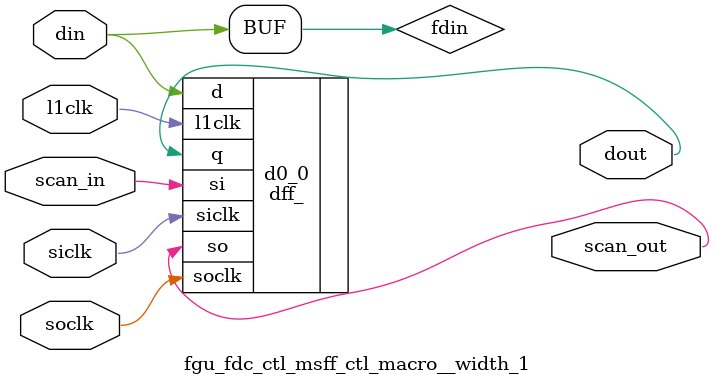
<source format=v>
module fgu_fdc_ctl (
  l2clk, 
  scan_in, 
  tcu_pce_ov, 
  spc_aclk, 
  spc_bclk, 
  tcu_scan_en, 
  scan_out, 
  fac_div_flush_fx3, 
  fpe_rs2_fmt_fx1_b0, 
  fpf_hi_bof_fx1, 
  fpf_lo_bof_fx1, 
  fpf_sa_xor_sb_fx1, 
  fac_div_valid_fx1, 
  fac_divq_valid_fx1, 
  fac_div_control_fx1, 
  fpc_rd_mode_fx3, 
  fpc_emin_fx3, 
  div_clken, 
  fdd_pe_clth, 
  fdd_cla_zero32_, 
  fdd_cla_zero64_, 
  fdd_result, 
  fdd_fdx_din0, 
  fdd_fdx_din1, 
  fdd_fdx_cin64, 
  fdd_fdq00_10_sum, 
  fdd_fdq00_10_carry, 
  fdd_fdq1p_sum, 
  fdd_fdq1p_carry, 
  fdd_fdq1n_sum, 
  fdd_fdq1n_carry, 
  fgu_fdiv_stall, 
  fgu_idiv_stall, 
  fdc_dec_exp_early, 
  fdc_icc_v_early, 
  fdc_xicc_z_early, 
  fdc_finish_int_early, 
  fdc_finish_fltd_early, 
  fdc_finish_flts_early, 
  fdc_flt_inexact, 
  fdc_asign_lth, 
  fdc_bsign_lth, 
  fdc_bsign_lth_, 
  fdc_pe_cycle3, 
  fdc_pe_cmux_sel, 
  fdc_pe_smux_sel, 
  fdc_pe_xsht_ctl, 
  fdc_ie_fsqrt_valid_even, 
  fdc_ie_fsqrt_valid_even_, 
  fdc_ie_fsqrt_valid_odd, 
  fdc_ie_fsqrt_valid_odd_, 
  fdc_ie_rmux_sel, 
  fdc_ie_dmux_sel, 
  fdc_flt_increment, 
  fdc_pte_clasel, 
  fdc_pte_csa_cin, 
  fdc_pte_cycle2, 
  fdc_emin_lth, 
  fdc_pte_qsel, 
  fdc_pte_stall_, 
  fdc_flt_round, 
  fdc_idiv_ctl, 
  fdc_fdx_cin_in, 
  fdc_qsel00, 
  fdc_qsel1, 
  fdc_q_in, 
  fdc_qm1_in);
wire pce_ov;
wire stop;
wire siclk;
wire soclk;
wire se;
wire l1clk_pm1;
wire spares_scanin;
wire spares_scanout;
wire incoming_sign_fx1;
wire [7:0] qcontrol_in;
wire fsqrt_fract_all_ones;
wire [7:0] qcontrol_fx1;
wire qdata_lth_scanin;
wire qdata_lth_scanout;
wire valid_in;
wire valid_lth;
wire [3:0] fdc_pte_cycle;
wire div_flush_lth;
wire [3:1] pe_cycle_in;
wire [3:1] fdc_pe_cycle;
wire engine_running_in;
wire engine_stop;
wire engine_running_lth;
wire engine_on;
wire [7:0] pe_ndq;
wire [3:0] pte_cycle_in;
wire [4:0] control_lth;
wire cntl_lth_scanin;
wire cntl_lth_scanout;
wire [2:0] pe_hmux_sel;
wire b_neg_one;
wire [7:0] pe_xsht_amt;
wire a_neg_max;
wire ovfl_64_in;
wire b_neg_one_lth;
wire finish_raw;
wire ovfl_64_lth;
wire flt_shift_sel_;
wire ovlf_lth_scanin;
wire ovlf_lth_scanout;
wire cla_zero64_lth_;
wire cla_zero32_lth_;
wire fdiv_stall_in;
wire stall_hold;
wire idiv_stall_in;
wire stall_hold_in;
wire [3:0] stall_cnt_raw;
wire [3:0] stall_cnt_in;
wire finish_lth;
wire [3:0] stall_cnt;
wire stall_lth_scanin;
wire stall_lth_scanout;
wire finish_lth_in;
wire idiv_stall_lth;
wire [4:0] control_in;
wire asign_in;
wire bsign_in;
wire ndq_odd_in;
wire data_lth_scanin;
wire data_lth_scanout;
wire ndq_odd_lth;
wire ndq_odd_2lth;
wire [63:0] clth;
wire b0_nor_76;
wire b0_nor_54;
wire b0_nor_32;
wire b0_nor_10;
wire b0_zeroh_;
wire b0_zerol_;
wire b0_zero_;
wire [1:0] b0_cnth;
wire [1:0] b0_cntl;
wire [2:0] b0_cnt;
wire b1_nor_76;
wire b1_nor_54;
wire b1_nor_32;
wire b1_nor_10;
wire b1_zeroh_;
wire b1_zerol_;
wire b1_zero_;
wire [1:0] b1_cnth;
wire [1:0] b1_cntl;
wire [2:0] b1_cnt;
wire b2_nor_76;
wire b2_nor_54;
wire b2_nor_32;
wire b2_nor_10;
wire b2_zeroh_;
wire b2_zerol_;
wire b2_zero_;
wire [1:0] b2_cnth;
wire [1:0] b2_cntl;
wire [2:0] b2_cnt;
wire b3_nor_76;
wire b3_nor_54;
wire b3_nor_32;
wire b3_nor_10;
wire b3_zeroh_;
wire b3_zerol_;
wire b3_zero_;
wire [1:0] b3_cnth;
wire [1:0] b3_cntl;
wire [2:0] b3_cnt;
wire b4_nor_76;
wire b4_nor_54;
wire b4_nor_32;
wire b4_nor_10;
wire b4_zeroh_;
wire b4_zerol_;
wire b4_zero_;
wire [1:0] b4_cnth;
wire [1:0] b4_cntl;
wire [2:0] b4_cnt;
wire b5_nor_76;
wire b5_nor_54;
wire b5_nor_32;
wire b5_nor_10;
wire b5_zeroh_;
wire b5_zerol_;
wire b5_zero_;
wire [1:0] b5_cnth;
wire [1:0] b5_cntl;
wire [2:0] b5_cnt;
wire b6_nor_76;
wire b6_nor_54;
wire b6_nor_32;
wire b6_nor_10;
wire b6_zeroh_;
wire b6_zerol_;
wire b6_zero_;
wire [1:0] b6_cnth;
wire [1:0] b6_cntl;
wire [2:0] b6_cnt;
wire b7_nor_76;
wire b7_nor_54;
wire b7_nor_32;
wire b7_nor_10;
wire b7_zeroh_;
wire b7_zerol_;
wire b7_zero_;
wire [1:0] b7_cnth;
wire [1:0] b7_cntl;
wire [2:0] b7_cnt;
wire b3_0sel;
wire b2_0sel;
wire b1_0sel;
wire b0_0sel;
wire [4:0] cntl0l;
wire b7_0sel;
wire b6_0sel;
wire b5_0sel;
wire b4_0sel;
wire [4:0] cntl0h;
wire cntl0_selh;
wire cntl0_sell;
wire [6:0] cntl0;
wire b7_nand_74;
wire b7_nand_30;
wire b7_ones;
wire b7_ones_;
wire [1:0] b7_cnt1h;
wire [1:0] b7_cnt1l;
wire [2:0] b7_cnt1;
wire b6_nand_74;
wire b6_nand_30;
wire b6_ones;
wire b6_ones_;
wire [1:0] b6_cnt1h;
wire [1:0] b6_cnt1l;
wire [2:0] b6_cnt1;
wire b5_nand_74;
wire b5_nand_30;
wire b5_ones;
wire b5_ones_;
wire [1:0] b5_cnt1h;
wire [1:0] b5_cnt1l;
wire [2:0] b5_cnt1;
wire b4_nand_74;
wire b4_nand_30;
wire b4_ones;
wire b4_ones_;
wire [1:0] b4_cnt1h;
wire [1:0] b4_cnt1l;
wire [2:0] b4_cnt1;
wire b3_nand_74;
wire b3_nand_30;
wire b3_ones;
wire b3_ones_;
wire [1:0] b3_cnt1h;
wire [1:0] b3_cnt1l;
wire [2:0] b3_cnt1;
wire b2_nand_74;
wire b2_nand_30;
wire b2_ones;
wire b2_ones_;
wire [1:0] b2_cnt1h;
wire [1:0] b2_cnt1l;
wire [2:0] b2_cnt1;
wire b1_nand_74;
wire b1_nand_30;
wire b1_ones;
wire b1_ones_;
wire [1:0] b1_cnt1h;
wire [1:0] b1_cnt1l;
wire [2:0] b1_cnt1;
wire b0_nand_74;
wire [1:0] b0_cnt1h;
wire [1:0] b0_cnt1l;
wire [2:0] b0_cnt1;
wire b3_1sel;
wire b2_1sel;
wire b1_1sel;
wire b0_1sel;
wire [4:0] cntl1l;
wire b7_1sel;
wire b6_1sel;
wire b5_1sel;
wire b4_1sel;
wire [4:0] cntl1h;
wire cntl1_selh;
wire [5:0] cntl1;
wire xsht_amt_sel10;
wire xsht_amt_sel11;
wire xsht_amt_sel20;
wire xsht_amt_sel21;
wire [7:0] xsht_amt_in;
wire [7:0] pe_hamt_lth;
wire [7:0] pe_hamt_in;
wire xsht_lth_scanin;
wire xsht_lth_scanout;
wire hamt_lth_scanin;
wire hamt_lth_scanout;
wire [5:0] xsht_ctl_in;
wire xcntl_lth_scanin;
wire xcntl_lth_scanout;
wire engine_valid_fx1;
wire engine_valid_fx2;
wire queue_valid_lth_fx2;
wire engine_valid_lth_fx2;
wire engine_valid_fx3;
wire queue_valid_lth_fx3;
wire engine_valid_lth_fx3;
wire queue_valid_fx1;
wire queue_valid_fx2;
wire q2e_fx3p;
wire xrnd_vld_lth_scanin;
wire xrnd_vld_lth_scanout;
wire [1:0] eround_mode_in;
wire [1:0] qround_mode_lth;
wire [1:0] eround_mode_lth;
wire e_emin_in;
wire q_emin_lth;
wire [1:0] qround_mode_in;
wire q_emin_in;
wire float_sign_in;
wire float_sign_lth;
wire flt_sqrte_kill_dec;
wire inexact_in;
wire final_sticky;
wire final_guard;
wire xrnd_lth_scanin;
wire xrnd_lth_scanout;
wire sticky_pte1;
wire sticky_pte0;
wire final_lsb;
wire flt_rnd00_en;
wire flt_rnd1x_en;
wire fsqrt_special_in;
wire fsqrt_special_lth;
wire spec_sqrt_lth_scanin;
wire spec_sqrt_lth_scanout;
wire cla_64;
wire cin_in_raw;
wire [3:0] fdq00_sum;
wire [3:0] fdq00_carry;
wire [3:0] pr00;
wire [3:0] pr1p;
wire [2:0] qsel1p;
wire [3:0] fdq10_sum;
wire [3:0] fdq10_carry;
wire [3:0] pr10;
wire [2:0] qsel10;
wire [3:0] pr1n;
wire [2:0] qsel1n;
wire engine_start;


// Timing constraints definition :
//   For Inputs  : Required setup to the end of the cycle
//   For Outputs : Actual time the signal leaves block measured from L1CLK rise
//   For pin location : I am assuming dataflow direction is vertical


// *** globals ***
input		l2clk;
input  		scan_in;
input  		tcu_pce_ov;		// scan signals
input  		spc_aclk;
input  		spc_bclk;
input           tcu_scan_en;
output 		scan_out;

input		fac_div_flush_fx3;
input        	fpe_rs2_fmt_fx1_b0;
input		fpf_hi_bof_fx1;
input		fpf_lo_bof_fx1;
input		fpf_sa_xor_sb_fx1;

input		fac_div_valid_fx1;	//  div_valid  divq_valid  |  action
input		fac_divq_valid_fx1;	//  ---------  ----------  |  ---------------------------------------
					//     1           0       |  start divide from FX1   RS1/RS2/control
					//     0           1       |  load  queue  from FX1   RS1/RS2/control
					//     1           1       |  start divide from queue RS1/RS2/control

input  [4:0]	fac_div_control_fx1;   // 0in value -var fac_div_control_fx1[3:0] -val 4'b0000 4'b0010 4'b0100 4'b0101 4'b0110 4'b0111 4'b1000 4'b1010 -active (fac_div_valid_fx1 ^ fac_divq_valid_fx1)
				       // [3:0]  :                            [4] : Thread Group
                                       //  0000  : Float Divide Single
                                       //  0010  : Float Divide Double
                                       //  0100  : Integer Unsigned - 32 bit
                                       //  0101  : Integer   Signed - 32 bit
                                       //  0110  : Integer Unsigned - 64 bit
                                       //  0111  : Integer   Signed - 64 bit
                                       //  1000  : Float SQRT   Single
                                       //  1010  : Float SQRT   Double

input  [1:0]	fpc_rd_mode_fx3;
input		fpc_emin_fx3;

input           div_clken;             // div clken


// *** locals  ***
input  [63:0]	fdd_pe_clth;
input		fdd_cla_zero32_;
input		fdd_cla_zero64_;
input  [63:9]	fdd_result;

input		fdd_fdx_din0;
input		fdd_fdx_din1;
input		fdd_fdx_cin64;

input  [4:0]	fdd_fdq00_10_sum;
input  [4:0]	fdd_fdq00_10_carry;
input  [3:0]	fdd_fdq1p_sum;
input  [3:0]	fdd_fdq1p_carry;
input  [3:0]	fdd_fdq1n_sum;
input  [3:0]	fdd_fdq1n_carry;


// *** globals ***
output		fgu_fdiv_stall;
output [1:0]	fgu_idiv_stall;		// Stall by Thread Group
output		fdc_dec_exp_early;
output		fdc_icc_v_early;
output [1:0]	fdc_xicc_z_early;
output		fdc_finish_int_early;
output		fdc_finish_fltd_early;
output		fdc_finish_flts_early;
output		fdc_flt_inexact;


// *** locals  ***
output		fdc_asign_lth;
output		fdc_bsign_lth;
output		fdc_bsign_lth_;
output		fdc_pe_cycle3;
output		fdc_pe_cmux_sel;
output [2:0]	fdc_pe_smux_sel;
output [5:0]	fdc_pe_xsht_ctl;
output		fdc_ie_fsqrt_valid_even;
output		fdc_ie_fsqrt_valid_even_;
output		fdc_ie_fsqrt_valid_odd;
output		fdc_ie_fsqrt_valid_odd_;
output [4:0]	fdc_ie_rmux_sel;
output [2:0]	fdc_ie_dmux_sel;
output		fdc_flt_increment;
output [1:0]	fdc_pte_clasel;
output		fdc_pte_csa_cin;
output		fdc_pte_cycle2;
output		fdc_emin_lth;
output [2:0]	fdc_pte_qsel;
output		fdc_pte_stall_;

output [1:0]	fdc_flt_round;
output [4:0]	fdc_idiv_ctl;           // 0in bits_on -max 1 -var fdc_idiv_ctl[3:0]
					//  3210   [4] = integer
                                        //  ----
                                        //  0001 : 8000 0000 0000 0000
                                        //  0010 : FFFF FFFF 8000 0000
                                        //  0100 : 0000 0000 7FFF FFFF
                                        //  1000 : 0000 0000 FFFF FFFF

output		fdc_fdx_cin_in;
output [2:0]	fdc_qsel00;
output [2:0]	fdc_qsel1;

output [1:0]	fdc_q_in;
output [1:0]	fdc_qm1_in;

// scan renames
assign pce_ov = tcu_pce_ov;
assign stop   = 1'b0;
assign siclk  = spc_aclk;
assign soclk  = spc_bclk;
assign se     = tcu_scan_en;
// end scan


fgu_fdc_ctl_l1clkhdr_ctl_macro clkgen_pm1 (
  .l2clk(l2clk),
  .l1en (div_clken),
  .l1clk(l1clk_pm1),
  .pce_ov(pce_ov),
  .stop(stop),
  .se(se)
  );

fgu_fdc_ctl_spare_ctl_macro__num_3 spares  (  // spares: 13 gates + 1 flop for each "num"
  .scan_in(spares_scanin),
  .scan_out(spares_scanout),
  .l1clk(l1clk_pm1),
  .siclk(siclk),
  .soclk(soclk)
  );


assign incoming_sign_fx1= fpf_sa_xor_sb_fx1 & ~fac_div_control_fx1[3];	// Turn off for Square Root

assign qcontrol_in[7:0]	= ({8{ fac_divq_valid_fx1}} & {fsqrt_fract_all_ones,incoming_sign_fx1,fpe_rs2_fmt_fx1_b0,fac_div_control_fx1[4:0]}) |
			  ({8{~fac_divq_valid_fx1}} & qcontrol_fx1[7:0]                                                                   );

fgu_fdc_ctl_msff_ctl_macro__width_8	qdata_lth	 (
 .scan_in(qdata_lth_scanin),
 .scan_out(qdata_lth_scanout),
 .l1clk( l1clk_pm1         ),
 .din  ({qcontrol_in[7:0] }),
 .dout ({qcontrol_fx1[7:0]}),
  .siclk(siclk),
  .soclk(soclk));


 
// * * * * * * * * * * * * Main Controller * * * * * * * * * * * * 


// *** State control ***

//* * * * * * * * * * * * "pre-engine" (integer only)* * * * *
//
// cycle  0   :  fac_div_valid_fx1  A&B are transmitted to divide hardware
//                                  A loaded into Slth
//                                  B loaded into Clth;
//
// cycle  1   :  pe_cycle[1]        B into CNTL0 and CNTL1 -> compute "lsb";
//                                  A loaded into Clth;
//                                  B loaded into Slth;
//
// cycle  2   :  pe_cycle[2]        A into CNTL0 and CNTL1 -> compute "lsa"; 
//                                  B shifts by "lsb" amount
//                                  A loaded into Slth; 
//                                  Xsht loaded into Clth;  (this is Bsh)
//
// cycle  3   :  pe_cycle[3]        A shifts by "lsa" amount;
//               engine_start       Bsh is XORed to produce positive divisor
//                                  compute ndq = lsb - lsa + 1;
//                                  finished if ndq <= 0;        (ie B > A)
//
//* * * * * * * * * * * * * "engine" * * * * * * * * * * * * * 
//
// See Integer "engine" run-time below for how ndq is computed.
//
// if (even ndq)
//    then X =  ndq / 2
//    else X = (ndq - 1) / 2
//
// for X cycles
//    perform loop
//
//  cycle X+3 :  engine_stop      last loop
//
//* * * * * * * * * * * * "post-engine" * * * * * * * * * * * *
//
//  cycle X+4 :  pte_cycle[3]       load "S0" and "C0" latches into adder latches
//                                  For an odd ndq, we actually compute the last Q and Qm1
//                                  and then load "C1" and "S1" into the adder latches.
//
//  cycle X+5 :  pte_cycle[2]       compute Sign of Remainder
//                                  compute zero remainder (used as Sticky and in correction)
//                                  load Q and Qm1 into adder latches
//                                  make correction if necessary
//                                  turn off valid_lth (new divide will NOT affect result)
//
//  cycle X+6 :  pte_cycle[1]       compute Qf = Q - Qm1 + correction;
//                                  64-bit Integer - load into Result latch
//
//  cycle X+7    pte_cycle[0]       32-bit Integer - Overflow detection and correction
//                                  Floating Point - Round
//
//  cycle X+7/8  fdc_finish         transmit Result
//
//
//* * * * * * * * * * * * Integer "engine" run-time * * * * * * * * * *
// 
// 
// Define : lsa  : number of Leading Sign bits in A (n-1 for negative)
//          lsb  : number of Leading Sign bits in B (n   for negative)
//          nda  : number of digits in A (nda=64-lsa)
//          ndb  : number of digits in B (ndb=64-lsb)
//          ndq  : number of digits in the Quotient Q  (MAX)
// 
// Then ndq = nda - (ndb - 1);
// 
// The minus one comes from the fact that dividing by '1' does not reduce
// the number of significant bits in the dividend (A operand).
// 
// By substitution :
// 
//      ndq = [64 - lsa] - ([64 - lsb] - 1);
//          = lsb - lsa + 1;
// 
// 
// Example :      A = 0000 1111 (+15)    lsa = 4
// (8-bit)        B = 0000 0010 (+2)     lsb = 6
//                ------------------
//                R = 0000 0111 (+7)     notice ndq=3
// 
//                compute ndq = lsb - lsa + 1
//                            =  6  -  4  + 1 
//                            =  3             (this is a MAX ndq computation)
// 
// 
// Example :      A = 0000 1000 (+8)     lsa = 4
// (8-bit)        B = 0000 0011 (+3)     lsb = 6
//                ------------------
//                R = 0000 0010 (+2)     notice ndq=2
// 
//                compute ndq = lsb - lsa + 1
//                            =  6  -  4  + 1 
//                            =  3             (this is a MAX ndq computation)
// 
// 
// Example :      A = 1111 0000 (-16)    lsa = 3  (n-1 for negative)
// (8-bit)        B = 0000 0010 (+2)     lsb = 6
//                ------------------
//                R = 1111 1000 (-8)     notice ndq=4
// 
//                compute ndq = lsb - lsa + 1
//                            =  6  -  3  + 1 
//                            =  4             (this is a MAX ndq computation)
// 
// 
// 
// 
// 
//* * * * * * * * * * * * * Total cycle count * * * * * * * * * * * *
// 
// *** 32-bit Integer Division***
// 
// FX1    transmit of RS1 and RS2
//  3     "pre-engine"
//  X     "engine"        where   X = (lsb-lsa)// 2; {0 to 32 cycles}
//  4     "post-engine"   where   4th cycle is Overflow detection and correction
//  S     "engine-stall"  where   S = 4 - X;  {0 to 4 cycles}  (needed to sync up with bubble)
// FX5    transmit to EXU
// W
// ---
// 10+X+S   {14 to 42 cycles}
//
//
// *** 64-bit Integer Division***
// 
// FX1    transmit of RS1 and RS2
//  3     "pre-engine"
//  X     "engine"        where   X = (lsb-lsa)// 2; {0 to 32 cycles}
//  3     "post-engine"
//  S     "engine-stall"  where   S = 4 - X;  {0 to 4 cycles}  (needed to sync up with bubble)
// FX5    transmit to EXU
// W
// ---
//  9+X+S   {13 to 41 cycles}
// 
// 
// *** Float Double Precision divide and square root***
// 
// FX1    transmit of RS1 and RS2
//  27    "engine"        need 53 mantissa + 1 guard + 1 for 0.1 = 55
//                        27 cycles compute 54 quotient digits.  The last bit is computed during pte_cycle[3].
//  4     "post-engine"
// FB
// FW
// FW1
// ---
// 35 cycles
// 
// 
// *** Float Single Precision divide and square root ***
// 
// FX1    transmit of RS1 and RS2
//  13    "engine"        need 24 mantissa + 1 guard + 1 for 0.1 = 26
//  4     "post-engine"
// FB
// FW
// FW1
// ---
// 21 cycles


assign valid_in           = (fac_div_valid_fx1                                            ) |
                            (valid_lth          & ~fdc_pte_cycle[2]       & ~div_flush_lth);

assign pe_cycle_in[1]     = (fac_div_valid_fx1  &  fac_div_control_fx1[2] & ~fac_divq_valid_fx1) |
                            (fac_div_valid_fx1  &         qcontrol_fx1[2] &  fac_divq_valid_fx1);

assign pe_cycle_in[3:2]   =  fdc_pe_cycle[2:1]                            & {2{~div_flush_lth}};

assign engine_running_in  = (fac_div_valid_fx1  & ~fac_div_control_fx1[2] & ~fac_divq_valid_fx1) |  // start FLT
                            (fac_div_valid_fx1  &        ~qcontrol_fx1[2] &  fac_divq_valid_fx1) |  // start FLT
                            (fdc_pe_cycle[3]    & ~engine_stop            & ~div_flush_lth     ) |  // start INT
                            (engine_running_lth & ~engine_stop            & ~div_flush_lth     );

assign engine_on          =  fdc_pe_cycle[3] | engine_running_lth;

// 0in assert_timer -var (engine_running_lth & (control_lth[2:0] == 3'b000)) -max 13 -message "FDIV/FSQRT engine running > 13 cycles for SP"
// 0in assert_timer -var (engine_running_lth & (control_lth[2:0] == 3'b010)) -max 27 -message "FDIV/FSQRT engine running > 27 cycles for DP"
// 0in assert_timer -var (engine_running_lth & (control_lth[3:2] == 2'b01 )) -max 32 -message "IDIV engine running > 32 cycles"

assign engine_stop        = ((pe_ndq[6:1] == 6'b000000) & engine_on) |
                            ( pe_ndq[7]                 & engine_on);

assign pte_cycle_in[3:1]  = {engine_stop,fdc_pte_cycle[3:2]}                       & {3{~div_flush_lth}};
assign pte_cycle_in[0]    =  fdc_pte_cycle[1] & ~(control_lth[2] & control_lth[1]) &    ~div_flush_lth;

fgu_fdc_ctl_msff_ctl_macro__width_10	cntl_lth	 (
 .scan_in(cntl_lth_scanin),
 .scan_out(cntl_lth_scanout),
 .l1clk( l1clk_pm1                                                                                   ),
 .din  ({valid_in  , pe_cycle_in[3:1]  , engine_running_in  , pte_cycle_in[3:0]  , fac_div_flush_fx3}),
 .dout ({valid_lth , fdc_pe_cycle[3:1] , engine_running_lth , fdc_pte_cycle[3:0] , div_flush_lth    }),
  .siclk(siclk),
  .soclk(soclk));

// 0in bits_on -max 1 -var {fdc_pe_cycle[3:1], engine_running_lth, fdc_pte_cycle[3:0], finish_lth}

// 0in state_transition -var {fac_div_valid_fx1, pe_cycle_in[3:1], engine_running_in} -val {1'b1, 3'b000, 1'b0} -next {1'b0, 3'b001, 1'b0} {1'b0, 3'b000, 1'b1} {1'b0, 3'b000, 1'b0} -match_by_cycle
// 0in state_transition -var  pe_cycle_in[3:1] -val 3'b000 -next 3'b001 3'b000
// 0in state_transition -var  pe_cycle_in[3:1] -val 3'b001 -next 3'b010 3'b000 -match_by_cycle
// 0in state_transition -var  pe_cycle_in[3:1] -val 3'b010 -next 3'b100 3'b000 -match_by_cycle
// 0in state_transition -var {engine_running_in, pe_cycle_in[3:1]} -val {1'b0, 3'b100} -next {1'b1, 3'b000} {1'b0, 3'b000} -match_by_cycle
// 0in state_transition -var {pte_cycle_in[3:0], engine_running_in} -val {4'b0000, 1'b1} -next {4'b1000, 1'b0} {4'b0000, 1'b0}
// 0in state_transition -var  pte_cycle_in[3:0] -val 4'b0000 -next 4'b1000
// 0in state_transition -var  pte_cycle_in[3:0] -val 4'b1000 -next 4'b0100 -match_by_cycle
// 0in state_transition -var  pte_cycle_in[3:0] -val 4'b0100 -next 4'b0010 -match_by_cycle
// 0in state_transition -var {pte_cycle_in[3:0], finish_lth_in} -val {4'b0010, 1'b0} -next {4'b0001, 1'b0} {4'b0000, 1'b1}
// 0in state_transition -var {pte_cycle_in[3:0], finish_lth_in} -val {4'b0001, 1'b0} -next {4'b0000, 1'b1}

assign fdc_pe_cycle3      = fdc_pe_cycle[3];	// Tools issues with single bit buses downstream
assign fdc_pte_cycle2     = fdc_pte_cycle[2];	// Tools issues with single bit buses downstream

assign fdc_pe_cmux_sel    =   fdc_pe_cycle[1]   | fdc_pe_cycle[2];

// For neg B, left shift by 1 to compensate for 'n-1' shift amount
assign fdc_pe_smux_sel[0] =   fdc_pe_cycle[1]   & fdd_pe_clth[63] & control_lth[0];
assign fdc_pe_smux_sel[1] =   fdc_pe_cycle[1]   | fdc_pe_cycle[2];
assign fdc_pe_smux_sel[2] =   fac_div_valid_fx1 & ~fac_divq_valid_fx1;

assign     pe_hmux_sel[0] = ( fac_div_valid_fx1 & ~fac_div_control_fx1[2] &  fac_div_control_fx1[1] & ~fac_divq_valid_fx1) |
                            ( fac_div_valid_fx1 &        ~qcontrol_fx1[2] &         qcontrol_fx1[1] &  fac_divq_valid_fx1);
assign     pe_hmux_sel[1] = ( fac_div_valid_fx1 & ~fac_div_control_fx1[2] & ~fac_div_control_fx1[1] & ~fac_divq_valid_fx1) |
                            ( fac_div_valid_fx1 &        ~qcontrol_fx1[2] &        ~qcontrol_fx1[1] &  fac_divq_valid_fx1);
assign     pe_hmux_sel[2] =  ~fdc_pe_cycle[1]   &  valid_lth;

 
// *** Integer Overflow Detection ***

// fdc_idiv_ctl
      //  3210
      //  ----
      //  0001 : 8000 0000 0000 0000  ovfl_64x
      //  0010 : FFFF FFFF 8000 0000  ovfl_32n
      //  0100 : 0000 0000 7FFF FFFF  ovfl_32p
      //  1000 : 0000 0000 FFFF FFFF  ovfl_32u


// For 64-bit divide, the only OVFL condition exits is :  neg max / -1 
// This results in a constant of "8000 0000 0000 0000" defined on pg 196.

assign b_neg_one       =  fdc_pe_cycle[2] & fdc_bsign_lth &
                         (pe_xsht_amt[6:0] == 7'b0111111);

assign a_neg_max       =  fdc_pe_cycle[3] & fdc_asign_lth &
                         (pe_xsht_amt[6:0] == 7'b1111111);  // xsht_amt is inverted by cycle[3]

assign ovfl_64_in      = ( a_neg_max      &  b_neg_one_lth & ~div_flush_lth) |  // 64-bit divide
                         (~finish_raw     &  ovfl_64_lth   & ~div_flush_lth);

assign fdc_idiv_ctl[0] =  fdc_pte_cycle[0] & ovfl_64_lth   & control_lth[1];

// For 64-bit/32-bit, three OVFL constants are possible.  (see pages 152-154)
// For - signed : if quotient <= (-2^31 - 1) then result = FFFF FFFF 8000 0000 (-2^31    )
// For + signed : if quotient >= ( 2^31    ) then result = 0000 0000 7FFF FFFF ( 2^31 - 1)
// For unsigned : if quotient >= ( 2^32    ) then result = 0000 0000 FFFF FFFF ( 2^32 - 1)

assign fdc_idiv_ctl[1] =  fdc_pte_cycle[0] &  (control_lth[2:0] == 3'b101) &
                          fdd_result[63]   &  (fdd_result[62:31] != 32'hFFFFFFFF)  & ~ovfl_64_lth;

assign fdc_idiv_ctl[2] =  fdc_pte_cycle[0] &  (control_lth[2:0] == 3'b101) &
                       ((~fdd_result[63]   &  (fdd_result[62:31] != 32'h00000000)) |  ovfl_64_lth);

assign fdc_idiv_ctl[3] =  fdc_pte_cycle[0] &  (control_lth[2:0] == 3'b100) &
                                              (fdd_result[63:32] != 32'h00000000);

assign fdc_idiv_ctl[4] =  fdc_pte_cycle[0] & ~control_lth[2] & ~flt_shift_sel_ & ~fdc_flt_increment;

assign fdc_icc_v_early = | fdc_idiv_ctl[3:0];


fgu_fdc_ctl_msff_ctl_macro__width_4	ovlf_lth	 (
 .scan_in(ovlf_lth_scanin),
 .scan_out(ovlf_lth_scanout),
 .l1clk( l1clk_pm1							 ),
 .din  ({ovfl_64_in  , b_neg_one     , fdd_cla_zero64_ , fdd_cla_zero32_}),
 .dout ({ovfl_64_lth , b_neg_one_lth , cla_zero64_lth_ , cla_zero32_lth_}),
  .siclk(siclk),
  .soclk(soclk));


assign fdc_xicc_z_early[1] = ~cla_zero64_lth_;
assign fdc_xicc_z_early[0] = ~cla_zero32_lth_ & ~fdc_icc_v_early;

 
// *** Engine stall ***

// The INTEGER divide has a variable timing dependent on the operand data.
// The divide must provide a STALL signal to the issue logic to ensure no
// collision on the shared FGU to EXU bus.  The timing of the IDIV_STALL
// is given below.
//
//  t-1     t     t+1    t+2    t+3    t+4    t+5    t+6    t+7 
//  -----|------|------|------|------|------|------|------|------|
// idiv  | idiv |  D   |  E   | fx1  | fx2  | fx3  | fx4  | fx5  |
// stall | stall|      |      |      |      |      |      |      |
// in    |      |      |      |engine|pte[3]|pte[2]|pte[1]|finish|
//       |      |      |      | stop |      |      |      |      |
//       |      |      |      |      |      |      |      |      |
//   8/9 | 6/7  | 4/5  | 2/3  | 0/1  |      |      |      |      |
//       |      |      |      |      |      |      |      |      |
//   +0  |  +1  |  +2  |  +3  |  +4  |      |      |      |      |
//
//
// The Floating Point Divide and Square Root has a fixed latency.
// The divide must provide a STALL signal to the issue logic to ensure no
// collision at the W2 port to the FRF.
//
//  t-1     t     t+1    t+2    t+3    t+4 
//  -----|------|------|------|------|------|
// fdiv  | fdiv |  D   |  E   |  M   | fb/B |
// stall | stall|      |      |      |      |
// in    |      |      |      |      |      |
//       |      |      |      |      |      |
//       |pte[3]|pte[2]|pte[1]|pte[0]|finish|
//       |      |      |      |      |      |
//       |      |      |      |      |      |
//   8/9 | 6/7  |      |      |      |      |
//       |      |      |      |      |      |
//   +0  |  +1  |      |      |      |      |
//
//
// at engine_start :
//                    stall_cnt
//                    3 2 1 0
//                    -------
//    ndq = neg   ->  1 1 1 1
//    ndq = 0/1   ->  1 1 1 1    [6:1] = 000 000
//    ndq = 2/3   ->  0 1 1 1          = 000 001
//    ndq = 4/5   ->  0 0 1 1          = 000 010
//    ndq = 6/7   ->  0 0 0 1          = 000 011
//    ndq >=8/9   ->  0 0 0 0          = 000 100   idiv_stall_in


assign fdiv_stall_in     = ((pe_ndq[6:1] == 6'b000000) & engine_on & ~control_lth[2]                  & ~stall_hold);

assign idiv_stall_in     = ((pe_ndq[6:1] == 6'b000100) & engine_on &  control_lth[2] & control_lth[1] & ~stall_hold & ~div_flush_lth) |
                           ((pe_ndq[6:3] == 4'b0000  ) & engine_on &  control_lth[2]                  & ~stall_hold & ~div_flush_lth) |
                           ( pe_ndq[7]                 & engine_on &  control_lth[2]                  & ~stall_hold & ~div_flush_lth);


assign stall_hold_in     = (fdiv_stall_in & ~div_flush_lth              ) |
                           (idiv_stall_in & ~div_flush_lth              ) |
                           (stall_hold    & ~div_flush_lth & ~finish_raw);


assign stall_cnt_raw[3]  = (pe_ndq[6:1] == 6'b000000) |
                           (pe_ndq[7]               );

assign stall_cnt_raw[2]  = (pe_ndq[6:2] == 5'b00000 ) |
                           (pe_ndq[7]               );

assign stall_cnt_raw[1]  = (pe_ndq[6:1] == 6'b000010) |
                           (pe_ndq[6:2] == 5'b00000 ) |
                           (pe_ndq[7]               );

assign stall_cnt_raw[0]  = (pe_ndq[6:3] == 4'b0000  ) |
                           (pe_ndq[7]               );

assign stall_cnt_in[3:0] = ({4{ fdc_pe_cycle[3] &  control_lth[1] & ~div_flush_lth}} &       stall_cnt_raw[3:0] ) |  // INT64 engine_start
                           ({4{ fdc_pe_cycle[3] & ~control_lth[1] & ~div_flush_lth}} & {1'b0,stall_cnt_raw[3:1]}) |  // INT32 engine_start
                           ({4{~fdc_pe_cycle[3] & ~finish_lth     & ~div_flush_lth}} &       stall_cnt[3:0]     ) |
                           ({4{                    finish_lth     & ~div_flush_lth}} & {1'b0,stall_cnt[3:1]    });

fgu_fdc_ctl_msff_ctl_macro__width_8	stall_lth	 (
 .scan_in(stall_lth_scanin),
 .scan_out(stall_lth_scanout),
 .l1clk( l1clk_pm1                                                                           ),
 .din  ({finish_lth_in , fdiv_stall_in  , idiv_stall_in  , stall_hold_in , stall_cnt_in[3:0]}),
 .dout ({finish_lth    , fgu_fdiv_stall , idiv_stall_lth , stall_hold    , stall_cnt[3:0]   }),
  .siclk(siclk),
  .soclk(soclk));


assign fgu_idiv_stall[1]   =   control_lth[4] & idiv_stall_lth;		// Threads 4-7
assign fgu_idiv_stall[0]   =  ~control_lth[4] & idiv_stall_lth;		// Threads 0-3


assign finish_lth_in         =  (fdc_pte_cycle[0]                                                                     & ~div_flush_lth) |
                                (fdc_pte_cycle[1] &                                  control_lth[2] &  control_lth[1] & ~div_flush_lth) |
                                (finish_lth       &  stall_cnt[0]                                                     & ~div_flush_lth);


assign finish_raw            =   finish_lth       & ~stall_cnt[0];

assign fdc_finish_int_early  =  (fdc_pte_cycle[0] & ~stall_cnt[0]                 &  control_lth[2]                  ) |
                                (fdc_pte_cycle[1] & ~stall_cnt[0]                 &  control_lth[2] &  control_lth[1]) |
                                (finish_lth       &  stall_cnt[0] & ~stall_cnt[1] &  control_lth[2]                  );

assign fdc_finish_fltd_early = fdc_pte_cycle[0] &                                   ~control_lth[2] &  control_lth[1];
assign fdc_finish_flts_early = fdc_pte_cycle[0] &                                   ~control_lth[2] & ~control_lth[1];



assign fdc_pte_stall_      =   fdc_pte_cycle[1] |
                               fdc_idiv_ctl[0]  |  fdc_idiv_ctl[1] |  fdc_idiv_ctl[2] |  fdc_idiv_ctl[3] |
                              (fdc_pte_cycle[0] & ~flt_shift_sel_ & ~control_lth[2]) |
                              (fdc_pte_cycle[0] &  fdc_flt_increment               );



// *** State data ***

assign control_in[4:0]    = ({5{ fac_div_valid_fx1 & ~fac_divq_valid_fx1}} & fac_div_control_fx1[4:0]) |
                            ({5{ fac_div_valid_fx1 &  fac_divq_valid_fx1}} &        qcontrol_fx1[4:0]) |
                            ({5{~fac_div_valid_fx1                      }} &         control_lth[4:0]);

assign asign_in           = ( fdc_pe_cycle[2] & fdd_pe_clth[63] &  control_lth[0]   ) |
                            (~fdc_pe_cycle[2] & fdc_asign_lth   & ~fac_div_valid_fx1);

assign bsign_in           = ( fdc_pe_cycle[1] & fdd_pe_clth[63] &  control_lth[0]   ) |
                            (~fdc_pe_cycle[1] & fdc_bsign_lth   & ~fac_div_valid_fx1);

assign ndq_odd_in         = ~pe_ndq[7] & pe_ndq[0];

fgu_fdc_ctl_msff_ctl_macro__width_9	data_lth	 (
 .scan_in(data_lth_scanin),
 .scan_out(data_lth_scanout),
 .l1clk( l1clk_pm1                                                              ),
 .din  ({control_in[4:0] ,asign_in     ,bsign_in     ,ndq_odd_in ,ndq_odd_lth  }),
 .dout ({control_lth[4:0],fdc_asign_lth,fdc_bsign_lth,ndq_odd_lth,ndq_odd_2lth }),
  .siclk(siclk),
  .soclk(soclk));

assign fdc_pte_clasel[0]  =  fdc_pte_cycle[3] & ~ndq_odd_lth;
assign fdc_pte_clasel[1]  =  fdc_pte_cycle[3] &  ndq_odd_lth;

assign fdc_pte_qsel[0]    =  control_lth[2] & ~ndq_odd_2lth;    // INT even
assign fdc_pte_qsel[1]    =  control_lth[2] &  ndq_odd_2lth;    // INT odd
assign fdc_pte_qsel[2]    = ~control_lth[2] &  control_lth[1];  // FLT DP 


assign fdc_bsign_lth_     = ~fdc_bsign_lth;
assign fdc_pte_csa_cin    =  fdc_asign_lth ^ fdc_bsign_lth;


 
// * * * * * * * * * * * Interface to engine * * * * * * * * * * * 

// integer select by "fdc_pe_cycle[3]" 

// fac_div_control_fx1[3:0] ==
//   [3:0]  :
//    0000  : Float Divide Single
//    0010  : Float Divide Double
//    0100  : Integer Unsigned - 32 bit
//    0101  : Integer   Signed - 32 bit
//    0110  : Integer Unsigned - 64 bit
//    0111  : Integer   Signed - 64 bit
//    1000  : Float SQRT   Single
//    1010  : Float SQRT   Double


assign fdc_ie_rmux_sel[0] = ~fac_div_valid_fx1;                                                  // integer
assign fdc_ie_rmux_sel[1] =  fac_div_valid_fx1 &  fac_div_control_fx1[3] & ~fac_divq_valid_fx1;  // float sqrt
assign fdc_ie_rmux_sel[2] =  fac_div_valid_fx1 & ~fac_div_control_fx1[3] & ~fac_divq_valid_fx1;  // float div
assign fdc_ie_rmux_sel[3] =  fac_div_valid_fx1 &         qcontrol_fx1[3] &  fac_divq_valid_fx1;  // float sqrt
assign fdc_ie_rmux_sel[4] =  fac_div_valid_fx1 &        ~qcontrol_fx1[3] &  fac_divq_valid_fx1;  // float div
											       
assign fdc_ie_dmux_sel[0] = ~fac_div_valid_fx1;                                                  // integer
assign fdc_ie_dmux_sel[1] =  fac_div_valid_fx1 & ~fac_div_control_fx1[3] & ~fac_divq_valid_fx1;  // float div
assign fdc_ie_dmux_sel[2] =  fac_div_valid_fx1 &        ~qcontrol_fx1[3] &  fac_divq_valid_fx1;  // float div


// must be qualified w/ valid so INT is not corrupted by garbage on bus during pe_cycle[3]
assign fdc_ie_fsqrt_valid_even  = (fac_div_valid_fx1 & fac_div_control_fx1[3] &  fpe_rs2_fmt_fx1_b0 & ~fac_divq_valid_fx1) |
                                  (fac_div_valid_fx1 &        qcontrol_fx1[3] &  qcontrol_fx1[5]    &  fac_divq_valid_fx1);

assign fdc_ie_fsqrt_valid_odd   = (fac_div_valid_fx1 & fac_div_control_fx1[3] & ~fpe_rs2_fmt_fx1_b0 & ~fac_divq_valid_fx1) |
                                  (fac_div_valid_fx1 &        qcontrol_fx1[3] & ~qcontrol_fx1[5]    &  fac_divq_valid_fx1);

assign fdc_ie_fsqrt_valid_even_ = ~fdc_ie_fsqrt_valid_even;
assign fdc_ie_fsqrt_valid_odd_  = ~fdc_ie_fsqrt_valid_odd;

 
// * * * * * * * * * * * * start : Integer CNTL0 * * * * * * * * * * * * * 

//reg [6:0] cntl0;
//
//always @ (fdd_pe_clth[63:0])
//
// begin
//
// casex (fdd_pe_clth[63:0])
//  64'b1???????????????????????????????????????????????????????????????: cntl0[6:0]  =  7'b0000000;
//  64'b01??????????????????????????????????????????????????????????????: cntl0[6:0]  =  7'b0000001;
//  64'b001?????????????????????????????????????????????????????????????: cntl0[6:0]  =  7'b0000010;
//  64'b0001????????????????????????????????????????????????????????????: cntl0[6:0]  =  7'b0000011;
//  64'b00001???????????????????????????????????????????????????????????: cntl0[6:0]  =  7'b0000100;
//  64'b000001??????????????????????????????????????????????????????????: cntl0[6:0]  =  7'b0000101;
//  64'b0000001?????????????????????????????????????????????????????????: cntl0[6:0]  =  7'b0000110;
//  64'b00000001????????????????????????????????????????????????????????: cntl0[6:0]  =  7'b0000111;
//
//  64'b000000001???????????????????????????????????????????????????????: cntl0[6:0]  =  7'b0001000;
//  64'b0000000001??????????????????????????????????????????????????????: cntl0[6:0]  =  7'b0001001;
//  64'b00000000001?????????????????????????????????????????????????????: cntl0[6:0]  =  7'b0001010;
//  64'b000000000001????????????????????????????????????????????????????: cntl0[6:0]  =  7'b0001011;
//  64'b0000000000001???????????????????????????????????????????????????: cntl0[6:0]  =  7'b0001100;
//  64'b00000000000001??????????????????????????????????????????????????: cntl0[6:0]  =  7'b0001101;
//  64'b000000000000001?????????????????????????????????????????????????: cntl0[6:0]  =  7'b0001110;
//  64'b0000000000000001????????????????????????????????????????????????: cntl0[6:0]  =  7'b0001111;
//
//  64'b00000000000000001???????????????????????????????????????????????: cntl0[6:0]  =  7'b0010000;
//  64'b000000000000000001??????????????????????????????????????????????: cntl0[6:0]  =  7'b0010001;
//  64'b0000000000000000001?????????????????????????????????????????????: cntl0[6:0]  =  7'b0010010;
//  64'b00000000000000000001????????????????????????????????????????????: cntl0[6:0]  =  7'b0010011;
//  64'b000000000000000000001???????????????????????????????????????????: cntl0[6:0]  =  7'b0010100;
//  64'b0000000000000000000001??????????????????????????????????????????: cntl0[6:0]  =  7'b0010101;
//  64'b00000000000000000000001?????????????????????????????????????????: cntl0[6:0]  =  7'b0010110;
//  64'b000000000000000000000001????????????????????????????????????????: cntl0[6:0]  =  7'b0010111;
//
//  64'b0000000000000000000000001???????????????????????????????????????: cntl0[6:0]  =  7'b0011000;
//  64'b00000000000000000000000001??????????????????????????????????????: cntl0[6:0]  =  7'b0011001;
//  64'b000000000000000000000000001?????????????????????????????????????: cntl0[6:0]  =  7'b0011010;
//  64'b0000000000000000000000000001????????????????????????????????????: cntl0[6:0]  =  7'b0011011;
//  64'b00000000000000000000000000001???????????????????????????????????: cntl0[6:0]  =  7'b0011100;
//  64'b000000000000000000000000000001??????????????????????????????????: cntl0[6:0]  =  7'b0011101;
//  64'b0000000000000000000000000000001?????????????????????????????????: cntl0[6:0]  =  7'b0011110;
//  64'b00000000000000000000000000000001????????????????????????????????: cntl0[6:0]  =  7'b0011111;
//
//  64'b000000000000000000000000000000001???????????????????????????????: cntl0[6:0]  =  7'b0100000;
//  64'b0000000000000000000000000000000001??????????????????????????????: cntl0[6:0]  =  7'b0100001;
//  64'b00000000000000000000000000000000001?????????????????????????????: cntl0[6:0]  =  7'b0100010;
//  64'b000000000000000000000000000000000001????????????????????????????: cntl0[6:0]  =  7'b0100011;
//  64'b0000000000000000000000000000000000001???????????????????????????: cntl0[6:0]  =  7'b0100100;
//  64'b00000000000000000000000000000000000001??????????????????????????: cntl0[6:0]  =  7'b0100101;
//  64'b000000000000000000000000000000000000001?????????????????????????: cntl0[6:0]  =  7'b0100110;
//  64'b0000000000000000000000000000000000000001????????????????????????: cntl0[6:0]  =  7'b0100111;
//
//  64'b00000000000000000000000000000000000000001???????????????????????: cntl0[6:0]  =  7'b0101000;
//  64'b000000000000000000000000000000000000000001??????????????????????: cntl0[6:0]  =  7'b0101001;
//  64'b0000000000000000000000000000000000000000001?????????????????????: cntl0[6:0]  =  7'b0101010;
//  64'b00000000000000000000000000000000000000000001????????????????????: cntl0[6:0]  =  7'b0101011;
//  64'b000000000000000000000000000000000000000000001???????????????????: cntl0[6:0]  =  7'b0101100;
//  64'b0000000000000000000000000000000000000000000001??????????????????: cntl0[6:0]  =  7'b0101101;
//  64'b00000000000000000000000000000000000000000000001?????????????????: cntl0[6:0]  =  7'b0101110;
//  64'b000000000000000000000000000000000000000000000001????????????????: cntl0[6:0]  =  7'b0101111;
//
//  64'b0000000000000000000000000000000000000000000000001???????????????: cntl0[6:0]  =  7'b0110000;
//  64'b00000000000000000000000000000000000000000000000001??????????????: cntl0[6:0]  =  7'b0110001;
//  64'b000000000000000000000000000000000000000000000000001?????????????: cntl0[6:0]  =  7'b0110010;
//  64'b0000000000000000000000000000000000000000000000000001????????????: cntl0[6:0]  =  7'b0110011;
//  64'b00000000000000000000000000000000000000000000000000001???????????: cntl0[6:0]  =  7'b0110100;
//  64'b000000000000000000000000000000000000000000000000000001??????????: cntl0[6:0]  =  7'b0110101;
//  64'b0000000000000000000000000000000000000000000000000000001?????????: cntl0[6:0]  =  7'b0110110;
//  64'b00000000000000000000000000000000000000000000000000000001????????: cntl0[6:0]  =  7'b0110111;
//
//  64'b000000000000000000000000000000000000000000000000000000001???????: cntl0[6:0]  =  7'b0111000;
//  64'b0000000000000000000000000000000000000000000000000000000001??????: cntl0[6:0]  =  7'b0111001;
//  64'b00000000000000000000000000000000000000000000000000000000001?????: cntl0[6:0]  =  7'b0111010;
//  64'b000000000000000000000000000000000000000000000000000000000001????: cntl0[6:0]  =  7'b0111011;
//  64'b0000000000000000000000000000000000000000000000000000000000001???: cntl0[6:0]  =  7'b0111100;
//  64'b00000000000000000000000000000000000000000000000000000000000001??: cntl0[6:0]  =  7'b0111101;
//  64'b000000000000000000000000000000000000000000000000000000000000001?: cntl0[6:0]  =  7'b0111110;
//  64'b0000000000000000000000000000000000000000000000000000000000000001: cntl0[6:0]  =  7'b0111111;
//
//  64'b0000000000000000000000000000000000000000000000000000000000000000: cntl0[6:0]  =  7'b1000000;
//
//  default:                                                              cntl0[6:0]  =  7'bxxxxxxx;
//
// endcase
//
//end


// The real count leading zero (CNTL0) circuit must be coded at the gate level.
// For each 8-bit byte, a 3-bit count and an "all zero" will be computed.  The
// "all zero" will then be used to find which byte contains the leading 1.
// The 3-bit count from each byte will be muxed using those "all zero" controls
// to form the 3 LSB's of the CNTL0.  The upper 4 bits of the CNTL0 are 
// computed directly from the byte "all zero" controls.  See the truth tables
// below for more details.
//
//                                    byte
//         clth[7:0]    |  cnt[2:0]   zero
//     -----------------|-----------------
//     1 x x x x x x x  |   0 0 0      0
//     0 1 x x x x x x  |   0 0 1      0
//     0 0 1 x x x x x  |   0 1 0      0
//     0 0 0 1 x x x x  |   0 1 1      0
//     0 0 0 0 1 x x x  |   1 0 0      0
//     0 0 0 0 0 1 x x  |   1 0 1      0
//     0 0 0 0 0 0 1 x  |   1 1 0      0
//     0 0 0 0 0 0 0 1  |   1 1 1      0
//     0 0 0 0 0 0 0 0  |   0 0 0      1
//
//
//          Byte Zero_
//    z7 z6 z5 z4 z3 z2 z1 z0  |   cnt[6:3]
//    -------------------------|-------------
//    1  x  x  x  x  x  x  x   |   0 0 0 0
//    0  1  x  x  x  x  x  x   |   0 0 0 1
//    0  0  1  x  x  x  x  x   |   0 0 1 0
//    0  0  0  1  x  x  x  x   |   0 0 1 1
//    0  0  0  0  1  x  x  x   |   0 1 0 0
//    0  0  0  0  0  1  x  x   |   0 1 0 1
//    0  0  0  0  0  0  1  x   |   0 1 1 0
//    0  0  0  0  0  0  0  1   |   0 1 1 1
//    0  0  0  0  0  0  0  0   |   1 x x x (divide ENDS!)
//
//
// Byte Zero_ is an 8-way OR of all bits in that byte.
// This can be accomplished by 4 * Nor2 + Nand4
//
// In order to compute the 3-bit count, we must further
// divide the byte down into an upper and lower half.
//
// Estimated critical path :
//    NOR2 + NAND4 + PE(3->4) + MUX4 + MUX2 + MUX3(merge CNTL0 + CNTL1)


assign clth[63:0] = fdd_pe_clth[63:0];


// ************************ BYTE 0 => 07:00 **************************

assign b0_nor_76  = ~(clth[7] | clth[6]);
assign b0_nor_54  = ~(clth[5] | clth[4]);
assign b0_nor_32  = ~(clth[3] | clth[2]);
assign b0_nor_10  = ~(clth[1] | clth[0]);

assign b0_zeroh_  = ~(b0_nor_76 & b0_nor_54);
assign b0_zerol_  = ~(b0_nor_32 & b0_nor_10);
assign b0_zero_   = ~(b0_nor_76 & b0_nor_54 & b0_nor_32 & b0_nor_10);

assign b0_cnth[0] =  (~clth[7] &  clth[6]                        ) | 
                     (~clth[7] &             ~clth[5] &  clth[4]);

assign b0_cnth[1] =  (~clth[7] & ~clth[6] &  clth[5]            ) | 
                     (~clth[7] & ~clth[6] &              clth[4]);

assign b0_cntl[0] =  (~clth[3] &  clth[2]                        ) | 
                     (~clth[3] &             ~clth[1] &  clth[0]);

assign b0_cntl[1] =  (~clth[3] & ~clth[2] &  clth[1]            ) | 
                     (~clth[3] & ~clth[2] &              clth[0]);

assign b0_cnt[0]  =  ( b0_zeroh_ & b0_cnth[0]) |
                     (~b0_zeroh_ & b0_cntl[0]);

assign b0_cnt[1]  =  ( b0_zeroh_ & b0_cnth[1]) |
                     (~b0_zeroh_ & b0_cntl[1]);

assign b0_cnt[2]  =  (~b0_zeroh_ & b0_zerol_);


// ************************ BYTE 1 => 15:08 **************************

assign b1_nor_76  = ~(clth[15] | clth[14]);
assign b1_nor_54  = ~(clth[13] | clth[12]);
assign b1_nor_32  = ~(clth[11] | clth[10]);
assign b1_nor_10  = ~(clth[9] | clth[8]);

assign b1_zeroh_  = ~(b1_nor_76 & b1_nor_54);
assign b1_zerol_  = ~(b1_nor_32 & b1_nor_10);
assign b1_zero_   = ~(b1_nor_76 & b1_nor_54 & b1_nor_32 & b1_nor_10);

assign b1_cnth[0] =  (~clth[15] &  clth[14]                        ) | 
                     (~clth[15] &             ~clth[13] &  clth[12]);

assign b1_cnth[1] =  (~clth[15] & ~clth[14] &  clth[13]            ) | 
                     (~clth[15] & ~clth[14] &              clth[12]);

assign b1_cntl[0] =  (~clth[11] &  clth[10]                        ) | 
                     (~clth[11] &             ~clth[9] &  clth[8]);

assign b1_cntl[1] =  (~clth[11] & ~clth[10] &  clth[9]            ) | 
                     (~clth[11] & ~clth[10] &              clth[8]);

assign b1_cnt[0]  =  ( b1_zeroh_ & b1_cnth[0]) |
                     (~b1_zeroh_ & b1_cntl[0]);

assign b1_cnt[1]  =  ( b1_zeroh_ & b1_cnth[1]) |
                     (~b1_zeroh_ & b1_cntl[1]);

assign b1_cnt[2]  =  (~b1_zeroh_ & b1_zerol_);


// ************************ BYTE 2 => 23:16 **************************

assign b2_nor_76  = ~(clth[23] | clth[22]);
assign b2_nor_54  = ~(clth[21] | clth[20]);
assign b2_nor_32  = ~(clth[19] | clth[18]);
assign b2_nor_10  = ~(clth[17] | clth[16]);

assign b2_zeroh_  = ~(b2_nor_76 & b2_nor_54);
assign b2_zerol_  = ~(b2_nor_32 & b2_nor_10);
assign b2_zero_   = ~(b2_nor_76 & b2_nor_54 & b2_nor_32 & b2_nor_10);

assign b2_cnth[0] =  (~clth[23] &  clth[22]                        ) | 
                     (~clth[23] &             ~clth[21] &  clth[20]);

assign b2_cnth[1] =  (~clth[23] & ~clth[22] &  clth[21]            ) | 
                     (~clth[23] & ~clth[22] &              clth[20]);

assign b2_cntl[0] =  (~clth[19] &  clth[18]                        ) | 
                     (~clth[19] &             ~clth[17] &  clth[16]);

assign b2_cntl[1] =  (~clth[19] & ~clth[18] &  clth[17]            ) | 
                     (~clth[19] & ~clth[18] &              clth[16]);

assign b2_cnt[0]  =  ( b2_zeroh_ & b2_cnth[0]) |
                     (~b2_zeroh_ & b2_cntl[0]);

assign b2_cnt[1]  =  ( b2_zeroh_ & b2_cnth[1]) |
                     (~b2_zeroh_ & b2_cntl[1]);

assign b2_cnt[2]  =  (~b2_zeroh_ & b2_zerol_);


// ************************ BYTE 3 => 31:24 **************************

assign b3_nor_76  = ~(clth[31] | clth[30]);
assign b3_nor_54  = ~(clth[29] | clth[28]);
assign b3_nor_32  = ~(clth[27] | clth[26]);
assign b3_nor_10  = ~(clth[25] | clth[24]);

assign b3_zeroh_  = ~(b3_nor_76 & b3_nor_54);
assign b3_zerol_  = ~(b3_nor_32 & b3_nor_10);
assign b3_zero_   = ~(b3_nor_76 & b3_nor_54 & b3_nor_32 & b3_nor_10);

assign b3_cnth[0] =  (~clth[31] &  clth[30]                        ) | 
                     (~clth[31] &             ~clth[29] &  clth[28]);

assign b3_cnth[1] =  (~clth[31] & ~clth[30] &  clth[29]            ) | 
                     (~clth[31] & ~clth[30] &              clth[28]);

assign b3_cntl[0] =  (~clth[27] &  clth[26]                        ) | 
                     (~clth[27] &             ~clth[25] &  clth[24]);

assign b3_cntl[1] =  (~clth[27] & ~clth[26] &  clth[25]            ) | 
                     (~clth[27] & ~clth[26] &              clth[24]);

assign b3_cnt[0]  =  ( b3_zeroh_ & b3_cnth[0]) |
                     (~b3_zeroh_ & b3_cntl[0]);

assign b3_cnt[1]  =  ( b3_zeroh_ & b3_cnth[1]) |
                     (~b3_zeroh_ & b3_cntl[1]);

assign b3_cnt[2]  =  (~b3_zeroh_ & b3_zerol_);


// ************************ BYTE 4 => 39:32 **************************

assign b4_nor_76  = ~(clth[39] | clth[38]);
assign b4_nor_54  = ~(clth[37] | clth[36]);
assign b4_nor_32  = ~(clth[35] | clth[34]);
assign b4_nor_10  = ~(clth[33] | clth[32]);

assign b4_zeroh_  = ~(b4_nor_76 & b4_nor_54);
assign b4_zerol_  = ~(b4_nor_32 & b4_nor_10);
assign b4_zero_   = ~(b4_nor_76 & b4_nor_54 & b4_nor_32 & b4_nor_10);

assign b4_cnth[0] =  (~clth[39] &  clth[38]                        ) | 
                     (~clth[39] &             ~clth[37] &  clth[36]);

assign b4_cnth[1] =  (~clth[39] & ~clth[38] &  clth[37]            ) | 
                     (~clth[39] & ~clth[38] &              clth[36]);

assign b4_cntl[0] =  (~clth[35] &  clth[34]                        ) | 
                     (~clth[35] &             ~clth[33] &  clth[32]);

assign b4_cntl[1] =  (~clth[35] & ~clth[34] &  clth[33]            ) | 
                     (~clth[35] & ~clth[34] &              clth[32]);

assign b4_cnt[0]  =  ( b4_zeroh_ & b4_cnth[0]) |
                     (~b4_zeroh_ & b4_cntl[0]);

assign b4_cnt[1]  =  ( b4_zeroh_ & b4_cnth[1]) |
                     (~b4_zeroh_ & b4_cntl[1]);

assign b4_cnt[2]  =  (~b4_zeroh_ & b4_zerol_);


// ************************ BYTE 5 => 47:40 **************************

assign b5_nor_76  = ~(clth[47] | clth[46]);
assign b5_nor_54  = ~(clth[45] | clth[44]);
assign b5_nor_32  = ~(clth[43] | clth[42]);
assign b5_nor_10  = ~(clth[41] | clth[40]);

assign b5_zeroh_  = ~(b5_nor_76 & b5_nor_54);
assign b5_zerol_  = ~(b5_nor_32 & b5_nor_10);
assign b5_zero_   = ~(b5_nor_76 & b5_nor_54 & b5_nor_32 & b5_nor_10);

assign b5_cnth[0] =  (~clth[47] &  clth[46]                        ) | 
                     (~clth[47] &             ~clth[45] &  clth[44]);

assign b5_cnth[1] =  (~clth[47] & ~clth[46] &  clth[45]            ) | 
                     (~clth[47] & ~clth[46] &              clth[44]);

assign b5_cntl[0] =  (~clth[43] &  clth[42]                        ) | 
                     (~clth[43] &             ~clth[41] &  clth[40]);

assign b5_cntl[1] =  (~clth[43] & ~clth[42] &  clth[41]            ) | 
                     (~clth[43] & ~clth[42] &              clth[40]);

assign b5_cnt[0]  =  ( b5_zeroh_ & b5_cnth[0]) |
                     (~b5_zeroh_ & b5_cntl[0]);

assign b5_cnt[1]  =  ( b5_zeroh_ & b5_cnth[1]) |
                     (~b5_zeroh_ & b5_cntl[1]);

assign b5_cnt[2]  =  (~b5_zeroh_ & b5_zerol_);


// ************************ BYTE 6 => 55:48 **************************

assign b6_nor_76  = ~(clth[55] | clth[54]);
assign b6_nor_54  = ~(clth[53] | clth[52]);
assign b6_nor_32  = ~(clth[51] | clth[50]);
assign b6_nor_10  = ~(clth[49] | clth[48]);

assign b6_zeroh_  = ~(b6_nor_76 & b6_nor_54);
assign b6_zerol_  = ~(b6_nor_32 & b6_nor_10);
assign b6_zero_   = ~(b6_nor_76 & b6_nor_54 & b6_nor_32 & b6_nor_10);

assign b6_cnth[0] =  (~clth[55] &  clth[54]                        ) | 
                     (~clth[55] &             ~clth[53] &  clth[52]);

assign b6_cnth[1] =  (~clth[55] & ~clth[54] &  clth[53]            ) | 
                     (~clth[55] & ~clth[54] &              clth[52]);

assign b6_cntl[0] =  (~clth[51] &  clth[50]                        ) | 
                     (~clth[51] &             ~clth[49] &  clth[48]);

assign b6_cntl[1] =  (~clth[51] & ~clth[50] &  clth[49]            ) | 
                     (~clth[51] & ~clth[50] &              clth[48]);

assign b6_cnt[0]  =  ( b6_zeroh_ & b6_cnth[0]) |
                     (~b6_zeroh_ & b6_cntl[0]);

assign b6_cnt[1]  =  ( b6_zeroh_ & b6_cnth[1]) |
                     (~b6_zeroh_ & b6_cntl[1]);

assign b6_cnt[2]  =  (~b6_zeroh_ & b6_zerol_);


// ************************ BYTE 7 => 63:56 **************************

assign b7_nor_76  = ~(clth[63] | clth[62]);
assign b7_nor_54  = ~(clth[61] | clth[60]);
assign b7_nor_32  = ~(clth[59] | clth[58]);
assign b7_nor_10  = ~(clth[57] | clth[56]);

assign b7_zeroh_  = ~(b7_nor_76 & b7_nor_54);
assign b7_zerol_  = ~(b7_nor_32 & b7_nor_10);
assign b7_zero_   = ~(b7_nor_76 & b7_nor_54 & b7_nor_32 & b7_nor_10);

assign b7_cnth[0] =  (~clth[63] &  clth[62]                        ) | 
                     (~clth[63] &             ~clth[61] &  clth[60]);

assign b7_cnth[1] =  (~clth[63] & ~clth[62] &  clth[61]            ) | 
                     (~clth[63] & ~clth[62] &              clth[60]);

assign b7_cntl[0] =  (~clth[59] &  clth[58]                        ) | 
                     (~clth[59] &             ~clth[57] &  clth[56]);

assign b7_cntl[1] =  (~clth[59] & ~clth[58] &  clth[57]            ) | 
                     (~clth[59] & ~clth[58] &              clth[56]);

assign b7_cnt[0]  =  ( b7_zeroh_ & b7_cnth[0]) |
                     (~b7_zeroh_ & b7_cntl[0]);

assign b7_cnt[1]  =  ( b7_zeroh_ & b7_cnth[1]) |
                     (~b7_zeroh_ & b7_cntl[1]);

assign b7_cnt[2]  =  (~b7_zeroh_ & b7_zerol_);



// ************************  Global CNTL0   **************************

// When CNTL0[6] = 1   all other bits become a DON'T CARE

assign b3_0sel     =  b3_zero_                        ;
assign b2_0sel     = ~b3_zero_ &  b2_zero_            ;
assign b1_0sel     = ~b3_zero_ & ~b2_zero_ &  b1_zero_;
assign b0_0sel     = ~b3_zero_ & ~b2_zero_ & ~b1_zero_;

assign cntl0l[4:0] = ({5{b3_0sel}} & {2'b00,b3_cnt[2:0]}) |
                     ({5{b2_0sel}} & {2'b01,b2_cnt[2:0]}) |
                     ({5{b1_0sel}} & {2'b10,b1_cnt[2:0]}) |
                     ({5{b0_0sel}} & {2'b11,b0_cnt[2:0]});


assign b7_0sel     =  b7_zero_                        ;
assign b6_0sel     = ~b7_zero_ &  b6_zero_            ;
assign b5_0sel     = ~b7_zero_ & ~b6_zero_ &  b5_zero_;
assign b4_0sel     = ~b7_zero_ & ~b6_zero_ & ~b5_zero_;

assign cntl0h[4:0] = ({5{b7_0sel}} & {2'b00,b7_cnt[2:0]}) |
                     ({5{b6_0sel}} & {2'b01,b6_cnt[2:0]}) |
                     ({5{b5_0sel}} & {2'b10,b5_cnt[2:0]}) |
                     ({5{b4_0sel}} & {2'b11,b4_cnt[2:0]});

assign cntl0_selh  =  b7_zero_ | b6_zero_ | b5_zero_ | b4_zero_;
assign cntl0_sell  =  b3_zero_ | b2_zero_ | b1_zero_ | b0_zero_;
assign cntl0[6]    = ~(cntl0_selh | cntl0_sell);

assign cntl0[5:0]  = ({6{ cntl0_selh}} & {1'b0, cntl0h[4:0]}) |
                     ({6{~cntl0_selh}} & {1'b1, cntl0l[4:0]});


// * * * * * * * * * * * * End   : Integer CNTL0 * * * * * * * * * * * * * 

 
// * * * * * * * * * * * * Start : Integer CNTL1 * * * * * * * * * * * * * 

//reg [6:0] cntl1;
//
//always @ (fdd_pe_clth[63:0])
//
// begin
//
//
// casex (fdd_pe_clth[63:0])
//  64'b0???????????????????????????????????????????????????????????????: cntl1[6:0]  =  7'b0000000;
//
//  64'b10??????????????????????????????????????????????????????????????: cntl1[6:0]  =  7'b0000000;
//  64'b110?????????????????????????????????????????????????????????????: cntl1[6:0]  =  7'b0000001;
//  64'b1110????????????????????????????????????????????????????????????: cntl1[6:0]  =  7'b0000010;
//  64'b11110???????????????????????????????????????????????????????????: cntl1[6:0]  =  7'b0000011;
//  64'b111110??????????????????????????????????????????????????????????: cntl1[6:0]  =  7'b0000100;
//  64'b1111110?????????????????????????????????????????????????????????: cntl1[6:0]  =  7'b0000101;
//  64'b11111110????????????????????????????????????????????????????????: cntl1[6:0]  =  7'b0000110;
//  64'b111111110???????????????????????????????????????????????????????: cntl1[6:0]  =  7'b0000111;
//
//  64'b1111111110??????????????????????????????????????????????????????: cntl1[6:0]  =  7'b0001000;
//  64'b11111111110?????????????????????????????????????????????????????: cntl1[6:0]  =  7'b0001001;
//  64'b111111111110????????????????????????????????????????????????????: cntl1[6:0]  =  7'b0001010;
//  64'b1111111111110???????????????????????????????????????????????????: cntl1[6:0]  =  7'b0001011;
//  64'b11111111111110??????????????????????????????????????????????????: cntl1[6:0]  =  7'b0001100;
//  64'b111111111111110?????????????????????????????????????????????????: cntl1[6:0]  =  7'b0001101;
//  64'b1111111111111110????????????????????????????????????????????????: cntl1[6:0]  =  7'b0001110;
//  64'b11111111111111110???????????????????????????????????????????????: cntl1[6:0]  =  7'b0001111;
//
//  64'b111111111111111110??????????????????????????????????????????????: cntl1[6:0]  =  7'b0010000;
//  64'b1111111111111111110?????????????????????????????????????????????: cntl1[6:0]  =  7'b0010001;
//  64'b11111111111111111110????????????????????????????????????????????: cntl1[6:0]  =  7'b0010010;
//  64'b111111111111111111110???????????????????????????????????????????: cntl1[6:0]  =  7'b0010011;
//  64'b1111111111111111111110??????????????????????????????????????????: cntl1[6:0]  =  7'b0010100;
//  64'b11111111111111111111110?????????????????????????????????????????: cntl1[6:0]  =  7'b0010101;
//  64'b111111111111111111111110????????????????????????????????????????: cntl1[6:0]  =  7'b0010110;
//  64'b1111111111111111111111110???????????????????????????????????????: cntl1[6:0]  =  7'b0010111;
//
//  64'b11111111111111111111111110??????????????????????????????????????: cntl1[6:0]  =  7'b0011000;
//  64'b111111111111111111111111110?????????????????????????????????????: cntl1[6:0]  =  7'b0011001;
//  64'b1111111111111111111111111110????????????????????????????????????: cntl1[6:0]  =  7'b0011010;
//  64'b11111111111111111111111111110???????????????????????????????????: cntl1[6:0]  =  7'b0011011;
//  64'b111111111111111111111111111110??????????????????????????????????: cntl1[6:0]  =  7'b0011100;
//  64'b1111111111111111111111111111110?????????????????????????????????: cntl1[6:0]  =  7'b0011101;
//  64'b11111111111111111111111111111110????????????????????????????????: cntl1[6:0]  =  7'b0011110;
//  64'b111111111111111111111111111111110???????????????????????????????: cntl1[6:0]  =  7'b0011111;
//
//  64'b1111111111111111111111111111111110??????????????????????????????: cntl1[6:0]  =  7'b0100000;
//  64'b11111111111111111111111111111111110?????????????????????????????: cntl1[6:0]  =  7'b0100001;
//  64'b111111111111111111111111111111111110????????????????????????????: cntl1[6:0]  =  7'b0100010;
//  64'b1111111111111111111111111111111111110???????????????????????????: cntl1[6:0]  =  7'b0100011;
//  64'b11111111111111111111111111111111111110??????????????????????????: cntl1[6:0]  =  7'b0100100;
//  64'b111111111111111111111111111111111111110?????????????????????????: cntl1[6:0]  =  7'b0100101;
//  64'b1111111111111111111111111111111111111110????????????????????????: cntl1[6:0]  =  7'b0100110;
//  64'b11111111111111111111111111111111111111110???????????????????????: cntl1[6:0]  =  7'b0100111;
//
//  64'b111111111111111111111111111111111111111110??????????????????????: cntl1[6:0]  =  7'b0101000;
//  64'b1111111111111111111111111111111111111111110?????????????????????: cntl1[6:0]  =  7'b0101001;
//  64'b11111111111111111111111111111111111111111110????????????????????: cntl1[6:0]  =  7'b0101010;
//  64'b111111111111111111111111111111111111111111110???????????????????: cntl1[6:0]  =  7'b0101011;
//  64'b1111111111111111111111111111111111111111111110??????????????????: cntl1[6:0]  =  7'b0101100;
//  64'b11111111111111111111111111111111111111111111110?????????????????: cntl1[6:0]  =  7'b0101101;
//  64'b111111111111111111111111111111111111111111111110????????????????: cntl1[6:0]  =  7'b0101110;
//  64'b1111111111111111111111111111111111111111111111110???????????????: cntl1[6:0]  =  7'b0101111;
//
//  64'b11111111111111111111111111111111111111111111111110??????????????: cntl1[6:0]  =  7'b0110000;
//  64'b111111111111111111111111111111111111111111111111110?????????????: cntl1[6:0]  =  7'b0110001;
//  64'b1111111111111111111111111111111111111111111111111110????????????: cntl1[6:0]  =  7'b0110010;
//  64'b11111111111111111111111111111111111111111111111111110???????????: cntl1[6:0]  =  7'b0110011;
//  64'b111111111111111111111111111111111111111111111111111110??????????: cntl1[6:0]  =  7'b0110100;
//  64'b1111111111111111111111111111111111111111111111111111110?????????: cntl1[6:0]  =  7'b0110101;
//  64'b11111111111111111111111111111111111111111111111111111110????????: cntl1[6:0]  =  7'b0110110;
//  64'b111111111111111111111111111111111111111111111111111111110???????: cntl1[6:0]  =  7'b0110111;
//
//  64'b1111111111111111111111111111111111111111111111111111111110??????: cntl1[6:0]  =  7'b0111000;
//  64'b11111111111111111111111111111111111111111111111111111111110?????: cntl1[6:0]  =  7'b0111001;
//  64'b111111111111111111111111111111111111111111111111111111111110????: cntl1[6:0]  =  7'b0111010;
//  64'b1111111111111111111111111111111111111111111111111111111111110???: cntl1[6:0]  =  7'b0111011;
//  64'b11111111111111111111111111111111111111111111111111111111111110??: cntl1[6:0]  =  7'b0111100;
//  64'b111111111111111111111111111111111111111111111111111111111111110?: cntl1[6:0]  =  7'b0111101;
//  64'b1111111111111111111111111111111111111111111111111111111111111110: cntl1[6:0]  =  7'b0111110;
//  64'b1111111111111111111111111111111111111111111111111111111111111111: cntl1[6:0]  =  7'b0111111;
//
//  default:                                                              cntl1[6:0]  =  7'b0000000;
//
// endcase
//
//end


// The count leading one (CNTL1) here must compute "n-1"
// leading 1's.  To do this, each local byte will receive
// an offset input.
// Note : If clth[63] = 0   then CNTL1 is a DON'T CARE

//                                    byte
//         clth[7:0]    |  cnt[2:0]   ones
//     -----------------|-----------------
//     0 x x x x x x x  |   0 0 0      0
//     1 0 x x x x x x  |   0 0 1      0
//     1 1 0 x x x x x  |   0 1 0      0
//     1 1 1 0 x x x x  |   0 1 1      0
//     1 1 1 1 0 x x x  |   1 0 0      0
//     1 1 1 1 1 0 x x  |   1 0 1      0
//     1 1 1 1 1 1 0 x  |   1 1 0      0
//     1 1 1 1 1 1 1 0  |   1 1 1      0
//     1 1 1 1 1 1 1 1  |   0 0 0      1    (byte 0 is '111' here)
//
//
//          Byte Ones_
//    z7 z6 z5 z4 z3 z2 z1 z0  |   cnt[6:3]
//    -------------------------|-------------
//    1  x  x  x  x  x  x  x   |   0 0 0 0
//    0  1  x  x  x  x  x  x   |   0 0 0 1
//    0  0  1  x  x  x  x  x   |   0 0 1 0
//    0  0  0  1  x  x  x  x   |   0 0 1 1
//    0  0  0  0  1  x  x  x   |   0 1 0 0
//    0  0  0  0  0  1  x  x   |   0 1 0 1
//    0  0  0  0  0  0  1  x   |   0 1 1 0
//    0  0  0  0  0  0  0  1   |   0 1 1 1
//    0  0  0  0  0  0  0  0   |   1 x x x  (divide ENDS!)
//
//
// Estimated critical path :
//    NAND4 + NOR2 + INV + PE(3->4) + MUX4 + MUX2 + MUX3(merge CNTL0 + CNTL1)



// ************************ BYTE 7 => 62:55 **************************

assign b7_nand_74  = ~(clth[62] & clth[61] & clth[60] & clth[59]);
assign b7_nand_30  = ~(clth[58] & clth[57] & clth[56] & clth[55]);

assign b7_ones     = ~(b7_nand_74 | b7_nand_30);
assign b7_ones_    = ~b7_ones;

assign b7_cnt1h[0] =  ( clth[62] & ~clth[61]                        ) | 
                      ( clth[62] &              clth[60] & ~clth[59]);

assign b7_cnt1h[1] =  ( clth[62] &  clth[61] & ~clth[60]            ) | 
                      ( clth[62] &  clth[61] &             ~clth[59]);

assign b7_cnt1l[0] =  ( clth[58] & ~clth[57]                        ) | 
                      ( clth[58] &              clth[56] & ~clth[55]);

assign b7_cnt1l[1] =  ( clth[58] &  clth[57] & ~clth[56]            ) | 
                      ( clth[58] &  clth[57] &             ~clth[55]);

assign b7_cnt1[0]  =  ( b7_nand_74 & b7_cnt1h[0]) |
                      (~b7_nand_74 & b7_cnt1l[0]);

assign b7_cnt1[1]  =  ( b7_nand_74 & b7_cnt1h[1]) |
                      (~b7_nand_74 & b7_cnt1l[1]);

assign b7_cnt1[2]  =  (~b7_nand_74 & b7_nand_30);


// ************************ BYTE 6 => 54:47 **************************

assign b6_nand_74  = ~(clth[54] & clth[53] & clth[52] & clth[51]);
assign b6_nand_30  = ~(clth[50] & clth[49] & clth[48] & clth[47]);

assign b6_ones     = ~(b6_nand_74 | b6_nand_30);
assign b6_ones_    = ~b6_ones;

assign b6_cnt1h[0] =  ( clth[54] & ~clth[53]                        ) | 
                      ( clth[54] &              clth[52] & ~clth[51]);

assign b6_cnt1h[1] =  ( clth[54] &  clth[53] & ~clth[52]            ) | 
                      ( clth[54] &  clth[53] &             ~clth[51]);

assign b6_cnt1l[0] =  ( clth[50] & ~clth[49]                        ) | 
                      ( clth[50] &              clth[48] & ~clth[47]);

assign b6_cnt1l[1] =  ( clth[50] &  clth[49] & ~clth[48]            ) | 
                      ( clth[50] &  clth[49] &             ~clth[47]);

assign b6_cnt1[0]  =  ( b6_nand_74 & b6_cnt1h[0]) |
                      (~b6_nand_74 & b6_cnt1l[0]);

assign b6_cnt1[1]  =  ( b6_nand_74 & b6_cnt1h[1]) |
                      (~b6_nand_74 & b6_cnt1l[1]);

assign b6_cnt1[2]  =  (~b6_nand_74 & b6_nand_30);


// ************************ BYTE 5 => 46:39 **************************

assign b5_nand_74  = ~(clth[46] & clth[45] & clth[44] & clth[43]);
assign b5_nand_30  = ~(clth[42] & clth[41] & clth[40] & clth[39]);

assign b5_ones     = ~(b5_nand_74 | b5_nand_30);
assign b5_ones_    = ~b5_ones;

assign b5_cnt1h[0] =  ( clth[46] & ~clth[45]                        ) | 
                      ( clth[46] &              clth[44] & ~clth[43]);

assign b5_cnt1h[1] =  ( clth[46] &  clth[45] & ~clth[44]            ) | 
                      ( clth[46] &  clth[45] &             ~clth[43]);

assign b5_cnt1l[0] =  ( clth[42] & ~clth[41]                        ) | 
                      ( clth[42] &              clth[40] & ~clth[39]);

assign b5_cnt1l[1] =  ( clth[42] &  clth[41] & ~clth[40]            ) | 
                      ( clth[42] &  clth[41] &             ~clth[39]);

assign b5_cnt1[0]  =  ( b5_nand_74 & b5_cnt1h[0]) |
                      (~b5_nand_74 & b5_cnt1l[0]);

assign b5_cnt1[1]  =  ( b5_nand_74 & b5_cnt1h[1]) |
                      (~b5_nand_74 & b5_cnt1l[1]);

assign b5_cnt1[2]  =  (~b5_nand_74 & b5_nand_30);


// ************************ BYTE 4 => 38:31 **************************

assign b4_nand_74  = ~(clth[38] & clth[37] & clth[36] & clth[35]);
assign b4_nand_30  = ~(clth[34] & clth[33] & clth[32] & clth[31]);

assign b4_ones     = ~(b4_nand_74 | b4_nand_30);
assign b4_ones_    = ~b4_ones;

assign b4_cnt1h[0] =  ( clth[38] & ~clth[37]                        ) | 
                      ( clth[38] &              clth[36] & ~clth[35]);

assign b4_cnt1h[1] =  ( clth[38] &  clth[37] & ~clth[36]            ) | 
                      ( clth[38] &  clth[37] &             ~clth[35]);

assign b4_cnt1l[0] =  ( clth[34] & ~clth[33]                        ) | 
                      ( clth[34] &              clth[32] & ~clth[31]);

assign b4_cnt1l[1] =  ( clth[34] &  clth[33] & ~clth[32]            ) | 
                      ( clth[34] &  clth[33] &             ~clth[31]);

assign b4_cnt1[0]  =  ( b4_nand_74 & b4_cnt1h[0]) |
                      (~b4_nand_74 & b4_cnt1l[0]);

assign b4_cnt1[1]  =  ( b4_nand_74 & b4_cnt1h[1]) |
                      (~b4_nand_74 & b4_cnt1l[1]);

assign b4_cnt1[2]  =  (~b4_nand_74 & b4_nand_30);


// ************************ BYTE 3 => 30:23 **************************

assign b3_nand_74  = ~(clth[30] & clth[29] & clth[28] & clth[27]);
assign b3_nand_30  = ~(clth[26] & clth[25] & clth[24] & clth[23]);

assign b3_ones     = ~(b3_nand_74 | b3_nand_30);
assign b3_ones_    = ~b3_ones;

assign b3_cnt1h[0] =  ( clth[30] & ~clth[29]                        ) | 
                      ( clth[30] &              clth[28] & ~clth[27]);

assign b3_cnt1h[1] =  ( clth[30] &  clth[29] & ~clth[28]            ) | 
                      ( clth[30] &  clth[29] &             ~clth[27]);

assign b3_cnt1l[0] =  ( clth[26] & ~clth[25]                        ) | 
                      ( clth[26] &              clth[24] & ~clth[23]);

assign b3_cnt1l[1] =  ( clth[26] &  clth[25] & ~clth[24]            ) | 
                      ( clth[26] &  clth[25] &             ~clth[23]);

assign b3_cnt1[0]  =  ( b3_nand_74 & b3_cnt1h[0]) |
                      (~b3_nand_74 & b3_cnt1l[0]);

assign b3_cnt1[1]  =  ( b3_nand_74 & b3_cnt1h[1]) |
                      (~b3_nand_74 & b3_cnt1l[1]);

assign b3_cnt1[2]  =  (~b3_nand_74 & b3_nand_30);


// ************************ BYTE 2 => 22:15 **************************

assign b2_nand_74  = ~(clth[22] & clth[21] & clth[20] & clth[19]);
assign b2_nand_30  = ~(clth[18] & clth[17] & clth[16] & clth[15]);

assign b2_ones     = ~(b2_nand_74 | b2_nand_30);
assign b2_ones_    = ~b2_ones;

assign b2_cnt1h[0] =  ( clth[22] & ~clth[21]                        ) | 
                      ( clth[22] &              clth[20] & ~clth[19]);

assign b2_cnt1h[1] =  ( clth[22] &  clth[21] & ~clth[20]            ) | 
                      ( clth[22] &  clth[21] &             ~clth[19]);

assign b2_cnt1l[0] =  ( clth[18] & ~clth[17]                        ) | 
                      ( clth[18] &              clth[16] & ~clth[15]);

assign b2_cnt1l[1] =  ( clth[18] &  clth[17] & ~clth[16]            ) | 
                      ( clth[18] &  clth[17] &             ~clth[15]);

assign b2_cnt1[0]  =  ( b2_nand_74 & b2_cnt1h[0]) |
                      (~b2_nand_74 & b2_cnt1l[0]);

assign b2_cnt1[1]  =  ( b2_nand_74 & b2_cnt1h[1]) |
                      (~b2_nand_74 & b2_cnt1l[1]);

assign b2_cnt1[2]  =  (~b2_nand_74 & b2_nand_30);


// ************************ BYTE 1 => 14:07 **************************

assign b1_nand_74  = ~(clth[14] & clth[13] & clth[12] & clth[11]);
assign b1_nand_30  = ~(clth[10] & clth[9] & clth[8] & clth[7]);

assign b1_ones     = ~(b1_nand_74 | b1_nand_30);
assign b1_ones_    = ~b1_ones;

assign b1_cnt1h[0] =  ( clth[14] & ~clth[13]                        ) | 
                      ( clth[14] &              clth[12] & ~clth[11]);

assign b1_cnt1h[1] =  ( clth[14] &  clth[13] & ~clth[12]            ) | 
                      ( clth[14] &  clth[13] &             ~clth[11]);

assign b1_cnt1l[0] =  ( clth[10] & ~clth[9]                        ) | 
                      ( clth[10] &              clth[8] & ~clth[7]);

assign b1_cnt1l[1] =  ( clth[10] &  clth[9] & ~clth[8]            ) | 
                      ( clth[10] &  clth[9] &             ~clth[7]);

assign b1_cnt1[0]  =  ( b1_nand_74 & b1_cnt1h[0]) |
                      (~b1_nand_74 & b1_cnt1l[0]);

assign b1_cnt1[1]  =  ( b1_nand_74 & b1_cnt1h[1]) |
                      (~b1_nand_74 & b1_cnt1l[1]);

assign b1_cnt1[2]  =  (~b1_nand_74 & b1_nand_30);


// ************************ BYTE 0 => 06:00 **************************

// Note : Byte 0 is unique since cnt1[2:0] must be 3'b111 for byte 'all ones' case!
//  64'b1111111111111111111111111111111111111111111111111111111110??????: cntl1[6:0]  =  7'b0111000;
//  64'b11111111111111111111111111111111111111111111111111111111110?????: cntl1[6:0]  =  7'b0111001;
//  64'b111111111111111111111111111111111111111111111111111111111110????: cntl1[6:0]  =  7'b0111010;
//  64'b1111111111111111111111111111111111111111111111111111111111110???: cntl1[6:0]  =  7'b0111011;
//  64'b11111111111111111111111111111111111111111111111111111111111110??: cntl1[6:0]  =  7'b0111100;
//  64'b111111111111111111111111111111111111111111111111111111111111110?: cntl1[6:0]  =  7'b0111101;
//  64'b1111111111111111111111111111111111111111111111111111111111111110: cntl1[6:0]  =  7'b0111110;
//  64'b1111111111111111111111111111111111111111111111111111111111111111: cntl1[6:0]  =  7'b0111111;


assign b0_nand_74  = ~(clth[6] & clth[5] & clth[4] & clth[3]);

assign b0_cnt1h[0] =  ( clth[6] & ~clth[5]                        ) | 
                      ( clth[6] &              clth[4] & ~clth[3]);

assign b0_cnt1h[1] =  ( clth[6] &  clth[5] & ~clth[4]            ) | 
                      ( clth[6] &  clth[5] &             ~clth[3]);

assign b0_cnt1l[0] =  ( clth[2] & ~clth[1]                        ) |
                      ( clth[2] &              clth[0]            );

assign b0_cnt1l[1] =  ( clth[2] &  clth[1]                        );

assign b0_cnt1[0]  =  ( b0_nand_74 & b0_cnt1h[0]) |
                      (~b0_nand_74 & b0_cnt1l[0]);

assign b0_cnt1[1]  =  ( b0_nand_74 & b0_cnt1h[1]) |
                      (~b0_nand_74 & b0_cnt1l[1]);

assign b0_cnt1[2]  =  (~b0_nand_74             );



// ************************  Global CNTL1   **************************

assign b3_1sel     =  b3_ones_                        ;
assign b2_1sel     = ~b3_ones_ &  b2_ones_            ;
assign b1_1sel     = ~b3_ones_ & ~b2_ones_ &  b1_ones_;
assign b0_1sel     = ~b3_ones_ & ~b2_ones_ & ~b1_ones_;

assign cntl1l[4:0] = ({5{b3_1sel}} & {2'b00,b3_cnt1[2:0]}) |
                     ({5{b2_1sel}} & {2'b01,b2_cnt1[2:0]}) |
                     ({5{b1_1sel}} & {2'b10,b1_cnt1[2:0]}) |
                     ({5{b0_1sel}} & {2'b11,b0_cnt1[2:0]});


assign b7_1sel     =  b7_ones_                        ;
assign b6_1sel     = ~b7_ones_ &  b6_ones_            ;
assign b5_1sel     = ~b7_ones_ & ~b6_ones_ &  b5_ones_;
assign b4_1sel     = ~b7_ones_ & ~b6_ones_ & ~b5_ones_;

assign cntl1h[4:0] = ({5{b7_1sel}} & {2'b00,b7_cnt1[2:0]}) |
                     ({5{b6_1sel}} & {2'b01,b6_cnt1[2:0]}) |
                     ({5{b5_1sel}} & {2'b10,b5_cnt1[2:0]}) |
                     ({5{b4_1sel}} & {2'b11,b4_cnt1[2:0]});



assign cntl1_selh  = b7_ones_ | b6_ones_ | b5_ones_ | b4_ones_;

assign cntl1[5:0]  = ({6{ cntl1_selh}} & {1'b0, cntl1h[4:0]}) |
                     ({6{~cntl1_selh}} & {1'b1, cntl1l[4:0]});


// * * * * * * * * * * * * End   : Integer CNTL1 * * * * * * * * * * * * * 


assign xsht_amt_sel10   = ~(fdd_pe_clth[63] & control_lth[0]) & fdc_pe_cycle[1];
assign xsht_amt_sel11   =  (fdd_pe_clth[63] & control_lth[0]) & fdc_pe_cycle[1];
assign xsht_amt_sel20   = ~(fdd_pe_clth[63] & control_lth[0]) & fdc_pe_cycle[2];
assign xsht_amt_sel21   =  (fdd_pe_clth[63] & control_lth[0]) & fdc_pe_cycle[2];

assign xsht_amt_in[7:0] = ({8{engine_on     }} &  8'b11111101       ) |
                          ({8{xsht_amt_sel10}} & {1'b0 , cntl0[6:0]}) |
                          ({8{xsht_amt_sel11}} & {2'b00, cntl1[5:0]}) |
                          ({8{xsht_amt_sel20}} & {1'b1 ,~cntl0[6:0]}) |
                          ({8{xsht_amt_sel21}} & {2'b11,~cntl1[5:0]});


assign pe_ndq[7:0]	= pe_hamt_lth[7:0] + pe_xsht_amt[7:0] + 8'b0000_0001;

assign pe_hamt_in[7:0]	= ({8{    pe_hmux_sel[0]}} & 8'b00110100) |	// FLT DP
			  ({8{    pe_hmux_sel[1]}} & 8'b00010111) |	// FLT SP
			  ({8{fdc_pe_smux_sel[0]}} & 8'b00000001) |	// INT neg B correction
			  ({8{    pe_hmux_sel[2]}} & pe_ndq[7:0]);	// SRT loop counter



fgu_fdc_ctl_msff_ctl_macro__width_8	xsht_lth	 (
 .scan_in(xsht_lth_scanin),
 .scan_out(xsht_lth_scanout),
 .l1clk( l1clk_pm1        ),
 .din  ( xsht_amt_in[7:0] ),
 .dout ( pe_xsht_amt[7:0] ),
  .siclk(siclk),
  .soclk(soclk));


fgu_fdc_ctl_msff_ctl_macro__width_8	hamt_lth	 (
 .scan_in(hamt_lth_scanin),
 .scan_out(hamt_lth_scanout),
 .l1clk( l1clk_pm1		),
 .din  ( pe_hamt_in[7:0]	),
 .dout ( pe_hamt_lth[7:0]	),
  .siclk(siclk),
  .soclk(soclk));


assign xsht_ctl_in[5:0] = ({6{xsht_amt_sel10}} & cntl0[5:0]) |
                          ({6{xsht_amt_sel11}} & cntl1[5:0]) |
                          ({6{xsht_amt_sel20}} & cntl0[5:0]) |
                          ({6{xsht_amt_sel21}} & cntl1[5:0]);

fgu_fdc_ctl_msff_ctl_macro__width_6	xcntl_lth	 (
 .scan_in(xcntl_lth_scanin),
 .scan_out(xcntl_lth_scanout),
 .l1clk( l1clk_pm1            ),
 .din  ( xsht_ctl_in[5:0]     ),
 .dout ( fdc_pe_xsht_ctl[5:0] ),
  .siclk(siclk),
  .soclk(soclk));



 
// *** Floating Point Rounding ***


assign engine_valid_fx1	=   fac_div_valid_fx1    &  ~fac_divq_valid_fx1;
assign engine_valid_fx2	=  (queue_valid_lth_fx2  &  (fac_div_valid_fx1 & fac_divq_valid_fx1)) | engine_valid_lth_fx2;
assign engine_valid_fx3	=  (queue_valid_lth_fx3  &  (fac_div_valid_fx1 & fac_divq_valid_fx1)) | engine_valid_lth_fx3;

assign queue_valid_fx1	=  ~fac_div_valid_fx1    &   fac_divq_valid_fx1;
assign queue_valid_fx2	=   queue_valid_lth_fx2  & ~(fac_div_valid_fx1 & fac_divq_valid_fx1);
//sign queue_valid_fx3	=   queue_valid_lth_fx3  & ~(fac_div_valid_fx1 & fac_divq_valid_fx1);

assign q2e_fx3p		=  (fac_div_valid_fx1 & fac_divq_valid_fx1) & ~queue_valid_lth_fx2 & ~queue_valid_lth_fx3;


fgu_fdc_ctl_msff_ctl_macro__width_4	xrnd_vld_lth	 (
 .scan_in(xrnd_vld_lth_scanin),
 .scan_out(xrnd_vld_lth_scanout),
 .l1clk( l1clk_pm1                                                                         ),
 .din  ({engine_valid_fx1    ,engine_valid_fx2    ,queue_valid_fx1    ,queue_valid_fx2}    ),
 .dout ({engine_valid_lth_fx2,engine_valid_lth_fx3,queue_valid_lth_fx2,queue_valid_lth_fx3}),
  .siclk(siclk),
  .soclk(soclk));


// SPARC v9 : pg 44
//
//   RD  |  Round toward
//  ---  |  ------------
//   00  |  Nearest (even if tie)
//   01  |     0
//   10  |  +INF
//   11  |  -INF


assign eround_mode_in[1:0]= ({2{ engine_valid_fx3            }} & fpc_rd_mode_fx3[1:0]) |
                            ({2{                     q2e_fx3p}} & qround_mode_lth[1:0]) |
                            ({2{~engine_valid_fx3 & ~q2e_fx3p}} & eround_mode_lth[1:0]);

assign e_emin_in          = (    engine_valid_fx3               & fpc_emin_fx3        ) |
                            (                        q2e_fx3p   & q_emin_lth          ) |
                            (   ~engine_valid_fx3 & ~q2e_fx3p   & fdc_emin_lth        );


assign qround_mode_in[1:0]= ({2{ queue_valid_lth_fx3}} & fpc_rd_mode_fx3[1:0]) |
                            ({2{~queue_valid_lth_fx3}} & qround_mode_lth[1:0]);

assign q_emin_in          = (    queue_valid_lth_fx3   & fpc_emin_fx3        ) |
                            (   ~queue_valid_lth_fx3   & q_emin_lth          );


assign float_sign_in      = (    fac_div_valid_fx1 & ~fac_divq_valid_fx1   & incoming_sign_fx1       ) |
                            (    fac_div_valid_fx1 &  fac_divq_valid_fx1   & qcontrol_fx1[6]         ) |
                            (   ~fac_div_valid_fx1                         & float_sign_lth          );

assign fdc_dec_exp_early  =  fdc_pte_cycle[0] & ~control_lth[2] & ~fdd_result[63] & ~flt_sqrte_kill_dec;

assign inexact_in         =  fdc_pte_cycle[0] & ~control_lth[2] & (final_sticky | final_guard);


fgu_fdc_ctl_msff_ctl_macro__width_10	xrnd_lth	 (
 .scan_in(xrnd_lth_scanin),
 .scan_out(xrnd_lth_scanout),
 .l1clk( l1clk_pm1                                                                                                                                  ),
 .din  ({float_sign_in  , eround_mode_in[1:0]  , qround_mode_in[1:0]  , fdd_cla_zero64_ , sticky_pte1 , inexact_in      , e_emin_in    , q_emin_in }),
 .dout ({float_sign_lth , eround_mode_lth[1:0] , qround_mode_lth[1:0] , sticky_pte1     , sticky_pte0 , fdc_flt_inexact , fdc_emin_lth , q_emin_lth}),
  .siclk(siclk),
  .soclk(soclk));


assign fdc_flt_round[1]   = ~control_lth[2] & ~control_lth[1];	// SP
assign fdc_flt_round[0]   = ~control_lth[2] &  control_lth[1];	// DP


assign flt_shift_sel_     =   fdd_result[63] |  fdc_emin_lth;


assign final_sticky       = ( control_lth[1] &  flt_shift_sel_ & (fdd_result[9] | sticky_pte0)) |	// DP "1."
                            ( control_lth[1] & ~flt_shift_sel_ & (                 sticky_pte0)) |	// DP "0."
                            (~control_lth[1] &  flt_shift_sel_ & (fdd_result[38] | sticky_pte0)) |	// SP "1."
                            (~control_lth[1] & ~flt_shift_sel_ & (                 sticky_pte0));	// SP "0."

assign final_guard        = ( control_lth[1] &  flt_shift_sel_ &  fdd_result[10]               ) |	// DP "1."
                            ( control_lth[1] & ~flt_shift_sel_ &  fdd_result[9]               ) |	// DP "0."
                            (~control_lth[1] &  flt_shift_sel_ &  fdd_result[39]               ) |	// SP "1."
                            (~control_lth[1] & ~flt_shift_sel_ &  fdd_result[38]               );	// SP "0."

assign final_lsb          = ( control_lth[1] &  flt_shift_sel_ &  fdd_result[11]               ) |	// DP "1."
                            ( control_lth[1] & ~flt_shift_sel_ &  fdd_result[10]               ) |	// DP "0."
                            (~control_lth[1] &  flt_shift_sel_ &  fdd_result[40]               ) |	// SP "1."
                            (~control_lth[1] & ~flt_shift_sel_ &  fdd_result[39]               );	// SP "0."


assign flt_rnd00_en       =  ~control_lth[2] & (eround_mode_lth[1:0] == 2'b00);
assign flt_rnd1x_en       = (~control_lth[2] & (eround_mode_lth[1:0] == 2'b10) & ~float_sign_lth) |
                            (~control_lth[2] & (eround_mode_lth[1:0] == 2'b11) &  float_sign_lth);

assign fdc_flt_increment  = ( flt_rnd00_en  & final_guard & final_sticky            ) |
                            ( flt_rnd00_en  & final_guard &                final_lsb) |
                            ( flt_rnd1x_en  & final_guard                           ) |
                            ( flt_rnd1x_en  &               final_sticky            );



 
// *** Floating Point Square Root Special Case ***

// For an odd exponent Square Root, the mantissa is shifted one bit position right.
// In most cases, the final result will end up in the form of "0.1".  We then normalize
// this result and decrement the result exponent.  However, if the mantissa is all ONES,
// this does not hold.  If you take the square root of 0.1111111...1 (after the 1-bit shift),
// the result will move closer to 1.00000000.  In the Round to +INF only,
// the rounded result will be 1.000000 and no decrementing of the exponent will occur.

//                                  1=DP , 0=SP              SQRTE
assign fsqrt_fract_all_ones	= (~fac_div_control_fx1[1] & fac_div_control_fx1[3] & fpf_hi_bof_fx1                 ) |
				  ( fac_div_control_fx1[1] & fac_div_control_fx1[3] & fpf_hi_bof_fx1 & fpf_lo_bof_fx1);

assign fsqrt_special_in		= ( fac_div_valid_fx1 & ~fac_divq_valid_fx1 & fsqrt_fract_all_ones) |
				  ( fac_div_valid_fx1 &  fac_divq_valid_fx1 & qcontrol_fx1[7]     ) |
				  (~fac_div_valid_fx1 &                       fsqrt_special_lth   );

fgu_fdc_ctl_msff_ctl_macro__width_1	spec_sqrt_lth	 (
 .scan_in(spec_sqrt_lth_scanin),
 .scan_out(spec_sqrt_lth_scanout),
 .l1clk( l1clk_pm1		),
 .din  ( fsqrt_special_in	),
 .dout ( fsqrt_special_lth	),
  .siclk(siclk),
  .soclk(soclk));

assign flt_sqrte_kill_dec	=   fsqrt_special_lth & (eround_mode_lth[1:0] == 2'b10);  // +inf



 
// *** FDX Custom ***


assign cla_64		= fdd_fdx_din0 ^ fdd_fdx_din1 ^ fdd_fdx_cin64;

assign cin_in_raw	= (~fdc_asign_lth & ~fdc_bsign_lth & ~cla_64                   ) |
			  (~fdc_asign_lth &  fdc_bsign_lth &  cla_64                   ) |
			  ( fdc_asign_lth & ~fdc_bsign_lth & ~cla_64 &  fdd_cla_zero64_) |
			  ( fdc_asign_lth &  fdc_bsign_lth &           ~fdd_cla_zero64_) |
			  ( fdc_asign_lth &  fdc_bsign_lth &  cla_64                   );

assign fdc_fdx_cin_in	= fdc_pte_cycle2 & cin_in_raw;



// *** FDQ00 Custom ***

assign fdq00_sum[3:0]   = fdd_fdq00_10_sum[4:1];    // s0[65:62]
assign fdq00_carry[3:0] = fdd_fdq00_10_carry[4:1];  // c0[65:62]

assign pr00[0]		= fdq00_sum[0]   | fdq00_carry[0];
assign pr00[3:1]	= fdq00_sum[3:1] + fdq00_carry[3:1];

assign fdc_qsel00[0]	= ( pr00[3] & ~pr00[2]) |			// 10.0x ; 10.1x
			  ( pr00[3] & ~pr00[1]) |			// 10.0x ; 11.0x
			  ( pr00[3] & ~pr00[0]);			// 11.10

assign fdc_qsel00[1]	= ( pr00[3] &  pr00[2] &  pr00[1] &  pr00[0]) |	// 11.11
			  (~pr00[3] & ~pr00[2] & ~pr00[1] & ~pr00[0]);	// 00.00


assign fdc_qsel00[2]	= (~pr00[3] &  pr00[2]) |			// 01.1x ; 01.0x
			  (~pr00[3] &  pr00[1]) |			// 01.1x ; 00.1x
			  (~pr00[3] &  pr00[0]);			// 00.01


// *** FDQ1p Custom ***

assign pr1p[0]		= fdd_fdq1p_sum[0]   | fdd_fdq1p_carry[0];
assign pr1p[3:1]	= fdd_fdq1p_sum[3:1] + fdd_fdq1p_carry[3:1];

assign qsel1p[0]	= ( pr1p[3] & ~pr1p[2]) |			// 10.0x ; 10.1x
			  ( pr1p[3] & ~pr1p[1]) |			// 10.0x ; 11.0x
			  ( pr1p[3] & ~pr1p[0]);			// 11.10

assign qsel1p[1]	= ( pr1p[3] &  pr1p[2] &  pr1p[1] &  pr1p[0]) |	// 11.11
			  (~pr1p[3] & ~pr1p[2] & ~pr1p[1] & ~pr1p[0]);	// 00.00


assign qsel1p[2]	= (~pr1p[3] &  pr1p[2]) |			// 01.1x ; 01.0x
			  (~pr1p[3] &  pr1p[1]) |			// 01.1x ; 00.1x
			  (~pr1p[3] &  pr1p[0]);			// 00.01


// *** FDQ10 Custom ***

assign fdq10_sum[3:0]   = fdd_fdq00_10_sum[3:0];    // s0[64:61]
assign fdq10_carry[3:0] = fdd_fdq00_10_carry[3:0];  // c0[64:61]

assign pr10[0]		= fdq10_sum[0]   | fdq10_carry[0];
assign pr10[3:1]	= fdq10_sum[3:1] + fdq10_carry[3:1];

assign qsel10[0]	= ( pr10[3] & ~pr10[2]) |			// 10.0x ; 10.1x
			  ( pr10[3] & ~pr10[1]) |			// 10.0x ; 11.0x
			  ( pr10[3] & ~pr10[0]);			// 11.10

assign qsel10[1]	= ( pr10[3] &  pr10[2] &  pr10[1] &  pr10[0]) |	// 11.11
			  (~pr10[3] & ~pr10[2] & ~pr10[1] & ~pr10[0]);	// 00.00


assign qsel10[2]	= (~pr10[3] &  pr10[2]) |			// 01.1x ; 01.0x
			  (~pr10[3] &  pr10[1]) |			// 01.1x ; 00.1x
			  (~pr10[3] &  pr10[0]);			// 00.01


// *** FDQ1n Custom ***

assign pr1n[0]		= fdd_fdq1n_sum[0]   | fdd_fdq1n_carry[0];
assign pr1n[3:1]	= fdd_fdq1n_sum[3:1] + fdd_fdq1n_carry[3:1];

assign qsel1n[0]	= ( pr1n[3] & ~pr1n[2]) |			// 10.0x ; 10.1x
			  ( pr1n[3] & ~pr1n[1]) |			// 10.0x ; 11.0x
			  ( pr1n[3] & ~pr1n[0]);			// 11.10

assign qsel1n[1]	= ( pr1n[3] &  pr1n[2] &  pr1n[1] &  pr1n[0]) |	// 11.11
			  (~pr1n[3] & ~pr1n[2] & ~pr1n[1] & ~pr1n[0]);	// 00.00


assign qsel1n[2]	= (~pr1n[3] &  pr1n[2]) |			// 01.1x ; 01.0x
			  (~pr1n[3] &  pr1n[1]) |			// 01.1x ; 00.1x
			  (~pr1n[3] &  pr1n[0]);			// 00.01



assign engine_start	= fac_div_valid_fx1 | fdc_pe_cycle3;

assign fdc_qsel1[2:0]	= ({3{~engine_start & fdc_qsel00[0]}} & qsel1p[2:0]) |
			  ({3{~engine_start & fdc_qsel00[1]}} & qsel10[2:0]) |
			  ({3{~engine_start & fdc_qsel00[2]}} & qsel1n[2:0]);


// *** Misc Logic from FDD ***

assign fdc_q_in[1]	= (   ~engine_start & fdc_qsel00[0]   & fdc_bsign_lth ) |
			  (   ~engine_start & fdc_qsel00[2]   & fdc_bsign_lth_);

assign fdc_qm1_in[1]	= (   ~engine_start & fdc_qsel00[0]   & fdc_bsign_lth_) |
			  (   ~engine_start & fdc_qsel00[2]   & fdc_bsign_lth );

assign fdc_q_in[0]	= (                   fdc_qsel1[0]    & fdc_bsign_lth ) |
			  (                   fdc_qsel1[2]    & fdc_bsign_lth_);

assign fdc_qm1_in[0]	= (                   fdc_qsel1[0]    & fdc_bsign_lth_) |
			  (                   fdc_qsel1[2]    & fdc_bsign_lth );


supply0 vss;
supply1 vdd;


// fixscan start:
assign spares_scanin             = scan_in                  ;
assign qdata_lth_scanin          = spares_scanout           ;
assign cntl_lth_scanin           = qdata_lth_scanout        ;
assign ovlf_lth_scanin           = cntl_lth_scanout         ;
assign stall_lth_scanin          = ovlf_lth_scanout         ;
assign data_lth_scanin           = stall_lth_scanout        ;
assign xsht_lth_scanin           = data_lth_scanout         ;
assign hamt_lth_scanin           = xsht_lth_scanout         ;
assign xcntl_lth_scanin          = hamt_lth_scanout         ;
assign xrnd_vld_lth_scanin       = xcntl_lth_scanout        ;
assign xrnd_lth_scanin           = xrnd_vld_lth_scanout     ;
assign spec_sqrt_lth_scanin      = xrnd_lth_scanout         ;
assign scan_out                  = spec_sqrt_lth_scanout    ;
// fixscan end:
endmodule






// any PARAMS parms go into naming of macro

module fgu_fdc_ctl_l1clkhdr_ctl_macro (
  l2clk, 
  l1en, 
  pce_ov, 
  stop, 
  se, 
  l1clk);


  input l2clk;
  input l1en;
  input pce_ov;
  input stop;
  input se;
  output l1clk;



 

cl_sc1_l1hdr_8x c_0 (


   .l2clk(l2clk),
   .pce(l1en),
   .l1clk(l1clk),
  .se(se),
  .pce_ov(pce_ov),
  .stop(stop)
);



endmodule









//  Description:        Spare gate macro for control blocks
//
//  Param num controls the number of times the macro is added
//  flops=0 can be used to use only combination spare logic


module fgu_fdc_ctl_spare_ctl_macro__num_3 (
  l1clk, 
  scan_in, 
  siclk, 
  soclk, 
  scan_out);
wire si_0;
wire so_0;
wire spare0_flop_unused;
wire spare0_buf_32x_unused;
wire spare0_nand3_8x_unused;
wire spare0_inv_8x_unused;
wire spare0_aoi22_4x_unused;
wire spare0_buf_8x_unused;
wire spare0_oai22_4x_unused;
wire spare0_inv_16x_unused;
wire spare0_nand2_16x_unused;
wire spare0_nor3_4x_unused;
wire spare0_nand2_8x_unused;
wire spare0_buf_16x_unused;
wire spare0_nor2_16x_unused;
wire spare0_inv_32x_unused;
wire si_1;
wire so_1;
wire spare1_flop_unused;
wire spare1_buf_32x_unused;
wire spare1_nand3_8x_unused;
wire spare1_inv_8x_unused;
wire spare1_aoi22_4x_unused;
wire spare1_buf_8x_unused;
wire spare1_oai22_4x_unused;
wire spare1_inv_16x_unused;
wire spare1_nand2_16x_unused;
wire spare1_nor3_4x_unused;
wire spare1_nand2_8x_unused;
wire spare1_buf_16x_unused;
wire spare1_nor2_16x_unused;
wire spare1_inv_32x_unused;
wire si_2;
wire so_2;
wire spare2_flop_unused;
wire spare2_buf_32x_unused;
wire spare2_nand3_8x_unused;
wire spare2_inv_8x_unused;
wire spare2_aoi22_4x_unused;
wire spare2_buf_8x_unused;
wire spare2_oai22_4x_unused;
wire spare2_inv_16x_unused;
wire spare2_nand2_16x_unused;
wire spare2_nor3_4x_unused;
wire spare2_nand2_8x_unused;
wire spare2_buf_16x_unused;
wire spare2_nor2_16x_unused;
wire spare2_inv_32x_unused;


input		l1clk;
input		scan_in;
input		siclk;
input		soclk;
output		scan_out;

cl_sc1_msff_8x spare0_flop (.l1clk(l1clk),
                               .siclk(siclk),
                               .soclk(soclk),
                               .si(si_0),
                               .so(so_0),
                               .d(1'b0),
                               .q(spare0_flop_unused));
assign si_0 = scan_in;

cl_u1_buf_32x   spare0_buf_32x (.in(1'b1),
                                   .out(spare0_buf_32x_unused));
cl_u1_nand3_8x spare0_nand3_8x (.in0(1'b1),
                                   .in1(1'b1),
                                   .in2(1'b1),
                                   .out(spare0_nand3_8x_unused));
cl_u1_inv_8x    spare0_inv_8x (.in(1'b1),
                                  .out(spare0_inv_8x_unused));
cl_u1_aoi22_4x spare0_aoi22_4x (.in00(1'b1),
                                   .in01(1'b1),
                                   .in10(1'b1),
                                   .in11(1'b1),
                                   .out(spare0_aoi22_4x_unused));
cl_u1_buf_8x    spare0_buf_8x (.in(1'b1),
                                  .out(spare0_buf_8x_unused));
cl_u1_oai22_4x spare0_oai22_4x (.in00(1'b1),
                                   .in01(1'b1),
                                   .in10(1'b1),
                                   .in11(1'b1),
                                   .out(spare0_oai22_4x_unused));
cl_u1_inv_16x   spare0_inv_16x (.in(1'b1),
                                   .out(spare0_inv_16x_unused));
cl_u1_nand2_16x spare0_nand2_16x (.in0(1'b1),
                                     .in1(1'b1),
                                     .out(spare0_nand2_16x_unused));
cl_u1_nor3_4x spare0_nor3_4x (.in0(1'b0),
                                 .in1(1'b0),
                                 .in2(1'b0),
                                 .out(spare0_nor3_4x_unused));
cl_u1_nand2_8x spare0_nand2_8x (.in0(1'b1),
                                   .in1(1'b1),
                                   .out(spare0_nand2_8x_unused));
cl_u1_buf_16x   spare0_buf_16x (.in(1'b1),
                                   .out(spare0_buf_16x_unused));
cl_u1_nor2_16x spare0_nor2_16x (.in0(1'b0),
                                   .in1(1'b0),
                                   .out(spare0_nor2_16x_unused));
cl_u1_inv_32x   spare0_inv_32x (.in(1'b1),
                                   .out(spare0_inv_32x_unused));

cl_sc1_msff_8x spare1_flop (.l1clk(l1clk),
                               .siclk(siclk),
                               .soclk(soclk),
                               .si(si_1),
                               .so(so_1),
                               .d(1'b0),
                               .q(spare1_flop_unused));
assign si_1 = so_0;

cl_u1_buf_32x   spare1_buf_32x (.in(1'b1),
                                   .out(spare1_buf_32x_unused));
cl_u1_nand3_8x spare1_nand3_8x (.in0(1'b1),
                                   .in1(1'b1),
                                   .in2(1'b1),
                                   .out(spare1_nand3_8x_unused));
cl_u1_inv_8x    spare1_inv_8x (.in(1'b1),
                                  .out(spare1_inv_8x_unused));
cl_u1_aoi22_4x spare1_aoi22_4x (.in00(1'b1),
                                   .in01(1'b1),
                                   .in10(1'b1),
                                   .in11(1'b1),
                                   .out(spare1_aoi22_4x_unused));
cl_u1_buf_8x    spare1_buf_8x (.in(1'b1),
                                  .out(spare1_buf_8x_unused));
cl_u1_oai22_4x spare1_oai22_4x (.in00(1'b1),
                                   .in01(1'b1),
                                   .in10(1'b1),
                                   .in11(1'b1),
                                   .out(spare1_oai22_4x_unused));
cl_u1_inv_16x   spare1_inv_16x (.in(1'b1),
                                   .out(spare1_inv_16x_unused));
cl_u1_nand2_16x spare1_nand2_16x (.in0(1'b1),
                                     .in1(1'b1),
                                     .out(spare1_nand2_16x_unused));
cl_u1_nor3_4x spare1_nor3_4x (.in0(1'b0),
                                 .in1(1'b0),
                                 .in2(1'b0),
                                 .out(spare1_nor3_4x_unused));
cl_u1_nand2_8x spare1_nand2_8x (.in0(1'b1),
                                   .in1(1'b1),
                                   .out(spare1_nand2_8x_unused));
cl_u1_buf_16x   spare1_buf_16x (.in(1'b1),
                                   .out(spare1_buf_16x_unused));
cl_u1_nor2_16x spare1_nor2_16x (.in0(1'b0),
                                   .in1(1'b0),
                                   .out(spare1_nor2_16x_unused));
cl_u1_inv_32x   spare1_inv_32x (.in(1'b1),
                                   .out(spare1_inv_32x_unused));

cl_sc1_msff_8x spare2_flop (.l1clk(l1clk),
                               .siclk(siclk),
                               .soclk(soclk),
                               .si(si_2),
                               .so(so_2),
                               .d(1'b0),
                               .q(spare2_flop_unused));
assign si_2 = so_1;

cl_u1_buf_32x   spare2_buf_32x (.in(1'b1),
                                   .out(spare2_buf_32x_unused));
cl_u1_nand3_8x spare2_nand3_8x (.in0(1'b1),
                                   .in1(1'b1),
                                   .in2(1'b1),
                                   .out(spare2_nand3_8x_unused));
cl_u1_inv_8x    spare2_inv_8x (.in(1'b1),
                                  .out(spare2_inv_8x_unused));
cl_u1_aoi22_4x spare2_aoi22_4x (.in00(1'b1),
                                   .in01(1'b1),
                                   .in10(1'b1),
                                   .in11(1'b1),
                                   .out(spare2_aoi22_4x_unused));
cl_u1_buf_8x    spare2_buf_8x (.in(1'b1),
                                  .out(spare2_buf_8x_unused));
cl_u1_oai22_4x spare2_oai22_4x (.in00(1'b1),
                                   .in01(1'b1),
                                   .in10(1'b1),
                                   .in11(1'b1),
                                   .out(spare2_oai22_4x_unused));
cl_u1_inv_16x   spare2_inv_16x (.in(1'b1),
                                   .out(spare2_inv_16x_unused));
cl_u1_nand2_16x spare2_nand2_16x (.in0(1'b1),
                                     .in1(1'b1),
                                     .out(spare2_nand2_16x_unused));
cl_u1_nor3_4x spare2_nor3_4x (.in0(1'b0),
                                 .in1(1'b0),
                                 .in2(1'b0),
                                 .out(spare2_nor3_4x_unused));
cl_u1_nand2_8x spare2_nand2_8x (.in0(1'b1),
                                   .in1(1'b1),
                                   .out(spare2_nand2_8x_unused));
cl_u1_buf_16x   spare2_buf_16x (.in(1'b1),
                                   .out(spare2_buf_16x_unused));
cl_u1_nor2_16x spare2_nor2_16x (.in0(1'b0),
                                   .in1(1'b0),
                                   .out(spare2_nor2_16x_unused));
cl_u1_inv_32x   spare2_inv_32x (.in(1'b1),
                                   .out(spare2_inv_32x_unused));
assign scan_out = so_2;



endmodule






// any PARAMS parms go into naming of macro

module fgu_fdc_ctl_msff_ctl_macro__width_8 (
  din, 
  l1clk, 
  scan_in, 
  siclk, 
  soclk, 
  dout, 
  scan_out);
wire [7:0] fdin;
wire [6:0] so;

  input [7:0] din;
  input l1clk;
  input scan_in;


  input siclk;
  input soclk;

  output [7:0] dout;
  output scan_out;
assign fdin[7:0] = din[7:0];






dff_ #(8)  d0_0 (
.l1clk(l1clk),
.siclk(siclk),
.soclk(soclk),
.d(fdin[7:0]),
.si({scan_in,so[6:0]}),
.so({so[6:0],scan_out}),
.q(dout[7:0])
);












endmodule













// any PARAMS parms go into naming of macro

module fgu_fdc_ctl_msff_ctl_macro__width_10 (
  din, 
  l1clk, 
  scan_in, 
  siclk, 
  soclk, 
  dout, 
  scan_out);
wire [9:0] fdin;
wire [8:0] so;

  input [9:0] din;
  input l1clk;
  input scan_in;


  input siclk;
  input soclk;

  output [9:0] dout;
  output scan_out;
assign fdin[9:0] = din[9:0];






dff_ #(10)  d0_0 (
.l1clk(l1clk),
.siclk(siclk),
.soclk(soclk),
.d(fdin[9:0]),
.si({scan_in,so[8:0]}),
.so({so[8:0],scan_out}),
.q(dout[9:0])
);












endmodule













// any PARAMS parms go into naming of macro

module fgu_fdc_ctl_msff_ctl_macro__width_4 (
  din, 
  l1clk, 
  scan_in, 
  siclk, 
  soclk, 
  dout, 
  scan_out);
wire [3:0] fdin;
wire [2:0] so;

  input [3:0] din;
  input l1clk;
  input scan_in;


  input siclk;
  input soclk;

  output [3:0] dout;
  output scan_out;
assign fdin[3:0] = din[3:0];






dff_ #(4)  d0_0 (
.l1clk(l1clk),
.siclk(siclk),
.soclk(soclk),
.d(fdin[3:0]),
.si({scan_in,so[2:0]}),
.so({so[2:0],scan_out}),
.q(dout[3:0])
);












endmodule













// any PARAMS parms go into naming of macro

module fgu_fdc_ctl_msff_ctl_macro__width_9 (
  din, 
  l1clk, 
  scan_in, 
  siclk, 
  soclk, 
  dout, 
  scan_out);
wire [8:0] fdin;
wire [7:0] so;

  input [8:0] din;
  input l1clk;
  input scan_in;


  input siclk;
  input soclk;

  output [8:0] dout;
  output scan_out;
assign fdin[8:0] = din[8:0];






dff_ #(9)  d0_0 (
.l1clk(l1clk),
.siclk(siclk),
.soclk(soclk),
.d(fdin[8:0]),
.si({scan_in,so[7:0]}),
.so({so[7:0],scan_out}),
.q(dout[8:0])
);












endmodule













// any PARAMS parms go into naming of macro

module fgu_fdc_ctl_msff_ctl_macro__width_6 (
  din, 
  l1clk, 
  scan_in, 
  siclk, 
  soclk, 
  dout, 
  scan_out);
wire [5:0] fdin;
wire [4:0] so;

  input [5:0] din;
  input l1clk;
  input scan_in;


  input siclk;
  input soclk;

  output [5:0] dout;
  output scan_out;
assign fdin[5:0] = din[5:0];






dff_ #(6)  d0_0 (
.l1clk(l1clk),
.siclk(siclk),
.soclk(soclk),
.d(fdin[5:0]),
.si({scan_in,so[4:0]}),
.so({so[4:0],scan_out}),
.q(dout[5:0])
);












endmodule













// any PARAMS parms go into naming of macro

module fgu_fdc_ctl_msff_ctl_macro__width_1 (
  din, 
  l1clk, 
  scan_in, 
  siclk, 
  soclk, 
  dout, 
  scan_out);
wire [0:0] fdin;

  input [0:0] din;
  input l1clk;
  input scan_in;


  input siclk;
  input soclk;

  output [0:0] dout;
  output scan_out;
assign fdin[0:0] = din[0:0];






dff_ #(1)  d0_0 (
.l1clk(l1clk),
.siclk(siclk),
.soclk(soclk),
.d(fdin[0:0]),
.si(scan_in),
.so(scan_out),
.q(dout[0:0])
);












endmodule









</source>
